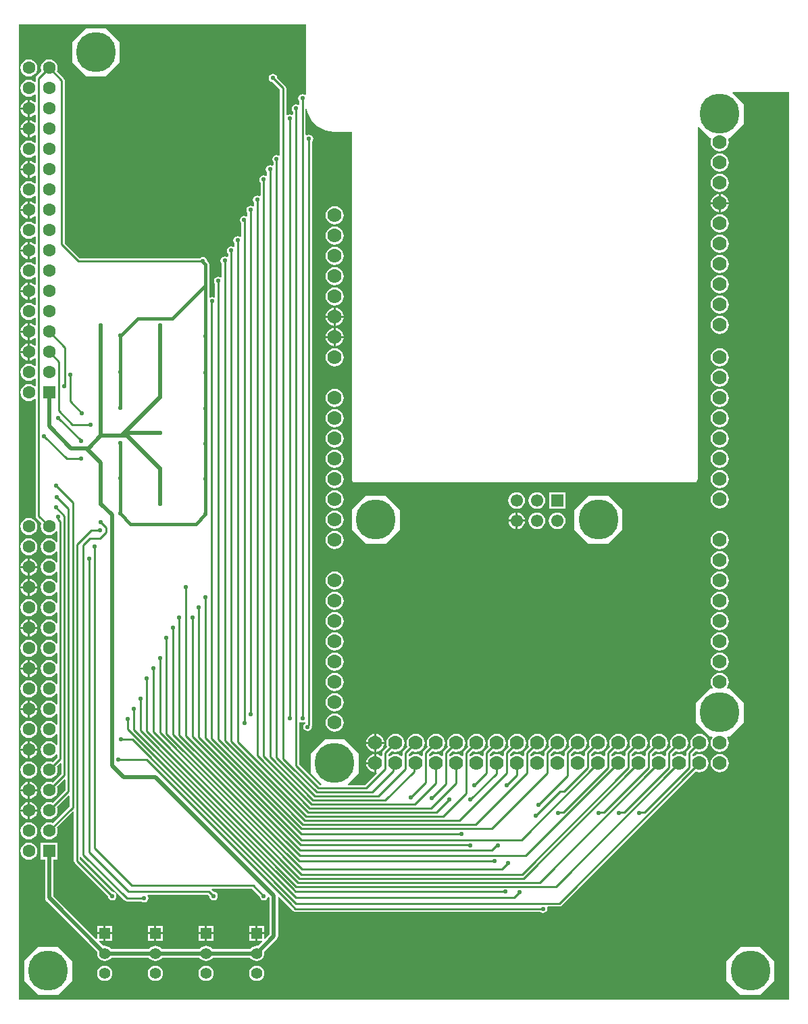
<source format=gbl>
G04*
G04 #@! TF.GenerationSoftware,Altium Limited,Altium Designer,21.0.9 (235)*
G04*
G04 Layer_Physical_Order=2*
G04 Layer_Color=16711680*
%FSLAX44Y44*%
%MOMM*%
G71*
G04*
G04 #@! TF.SameCoordinates,B04B5628-BEB7-489B-AFC1-9DCA5A1A145D*
G04*
G04*
G04 #@! TF.FilePolarity,Positive*
G04*
G01*
G75*
%ADD11C,0.2540*%
%ADD13C,0.5080*%
%ADD21R,1.4000X1.4000*%
%ADD22C,1.4000*%
%ADD29C,1.7780*%
%ADD30C,1.6000*%
%ADD31R,1.6000X1.6000*%
%ADD32C,1.5500*%
%ADD33R,1.5500X1.5500*%
%ADD34C,5.0000*%
%ADD35C,0.5500*%
%ADD36C,0.3810*%
G36*
X-518385Y111775D02*
Y24307D01*
X-519655Y23628D01*
X-520760Y24367D01*
X-522824Y24778D01*
X-524888Y24367D01*
X-526638Y23198D01*
X-527807Y21448D01*
X-528218Y19384D01*
X-527807Y17320D01*
X-526709Y15676D01*
Y11738D01*
X-527979Y11059D01*
X-528888Y11667D01*
X-530952Y12078D01*
X-533016Y11667D01*
X-534766Y10498D01*
X-535935Y8748D01*
X-536346Y6684D01*
X-535935Y4620D01*
X-534837Y2976D01*
Y-962D01*
X-536107Y-1640D01*
X-537016Y-1033D01*
X-539080Y-622D01*
X-541144Y-1033D01*
X-542054Y-1641D01*
X-543324Y-962D01*
Y32083D01*
X-543323Y32084D01*
X-543619Y33571D01*
X-544461Y34831D01*
X-554539Y44909D01*
X-554925Y46848D01*
X-556094Y48598D01*
X-557844Y49767D01*
X-559908Y50178D01*
X-561972Y49767D01*
X-563722Y48598D01*
X-564891Y46848D01*
X-565302Y44784D01*
X-564891Y42720D01*
X-563722Y40970D01*
X-561972Y39801D01*
X-560033Y39415D01*
X-551093Y30475D01*
Y-51761D01*
X-552363Y-52440D01*
X-553272Y-51833D01*
X-555336Y-51422D01*
X-557400Y-51833D01*
X-559150Y-53002D01*
X-560319Y-54752D01*
X-560730Y-56816D01*
X-560319Y-58880D01*
X-559221Y-60524D01*
Y-64462D01*
X-560491Y-65141D01*
X-561400Y-64533D01*
X-563464Y-64122D01*
X-565528Y-64533D01*
X-567278Y-65702D01*
X-568447Y-67452D01*
X-568858Y-69516D01*
X-568447Y-71580D01*
X-567349Y-73224D01*
Y-77162D01*
X-568619Y-77840D01*
X-569528Y-77233D01*
X-571592Y-76822D01*
X-573656Y-77233D01*
X-575406Y-78402D01*
X-576575Y-80152D01*
X-576986Y-82216D01*
X-576575Y-84280D01*
X-575477Y-85924D01*
Y-102562D01*
X-576747Y-103240D01*
X-577656Y-102633D01*
X-579720Y-102222D01*
X-581784Y-102633D01*
X-583534Y-103802D01*
X-584703Y-105552D01*
X-585114Y-107616D01*
X-584703Y-109680D01*
X-583605Y-111324D01*
Y-115262D01*
X-584875Y-115941D01*
X-585784Y-115333D01*
X-587848Y-114922D01*
X-589912Y-115333D01*
X-591662Y-116502D01*
X-592831Y-118252D01*
X-593242Y-120316D01*
X-592831Y-122380D01*
X-591733Y-124024D01*
Y-127962D01*
X-593003Y-128640D01*
X-593912Y-128033D01*
X-595976Y-127622D01*
X-598040Y-128033D01*
X-599790Y-129202D01*
X-600959Y-130952D01*
X-601370Y-133016D01*
X-600959Y-135080D01*
X-599790Y-136830D01*
X-599607Y-136952D01*
Y-153531D01*
X-600877Y-154210D01*
X-602040Y-153433D01*
X-604104Y-153022D01*
X-606168Y-153433D01*
X-607918Y-154602D01*
X-609087Y-156352D01*
X-609498Y-158416D01*
X-609087Y-160480D01*
X-607989Y-162124D01*
Y-166062D01*
X-609259Y-166740D01*
X-610168Y-166133D01*
X-612232Y-165722D01*
X-614296Y-166133D01*
X-616046Y-167302D01*
X-617215Y-169052D01*
X-617626Y-171116D01*
X-617215Y-173180D01*
X-616117Y-174824D01*
Y-178762D01*
X-617387Y-179440D01*
X-618296Y-178833D01*
X-620360Y-178422D01*
X-622424Y-178833D01*
X-624174Y-180002D01*
X-625343Y-181752D01*
X-625754Y-183816D01*
X-625343Y-185880D01*
X-624245Y-187524D01*
Y-204162D01*
X-625515Y-204841D01*
X-626424Y-204233D01*
X-628488Y-203822D01*
X-630552Y-204233D01*
X-632302Y-205402D01*
X-633471Y-207152D01*
X-633882Y-209216D01*
X-633471Y-211280D01*
X-632373Y-212924D01*
Y-229421D01*
X-633643Y-230100D01*
X-634342Y-229633D01*
X-636406Y-229222D01*
X-638434Y-229626D01*
X-638662Y-229661D01*
X-639704Y-228946D01*
Y-214736D01*
Y-188328D01*
X-639704Y-188327D01*
X-640049Y-186593D01*
X-641031Y-185123D01*
X-641031Y-185123D01*
X-642283Y-183871D01*
X-642555Y-182504D01*
X-643724Y-180754D01*
X-645474Y-179585D01*
X-647538Y-179174D01*
X-649602Y-179585D01*
X-651246Y-180683D01*
X-802139D01*
X-820945Y-161877D01*
Y41898D01*
X-821241Y43385D01*
X-822083Y44645D01*
X-830760Y53322D01*
X-830167Y54752D01*
X-829805Y57504D01*
X-830167Y60255D01*
X-831229Y62819D01*
X-832919Y65021D01*
X-835121Y66711D01*
X-837684Y67773D01*
X-840436Y68135D01*
X-843187Y67773D01*
X-845751Y66711D01*
X-847953Y65021D01*
X-849643Y62819D01*
X-850705Y60255D01*
X-851067Y57504D01*
X-850705Y54752D01*
X-850112Y53322D01*
X-856025Y47409D01*
X-856867Y46149D01*
X-857163Y44662D01*
Y40014D01*
X-857515Y39894D01*
X-858433Y39709D01*
X-860521Y41311D01*
X-863084Y42373D01*
X-865836Y42735D01*
X-868587Y42373D01*
X-871152Y41311D01*
X-873353Y39621D01*
X-875043Y37420D01*
X-876105Y34855D01*
X-876467Y32104D01*
X-876105Y29353D01*
X-875043Y26788D01*
X-873353Y24587D01*
X-871152Y22897D01*
X-868587Y21835D01*
X-865836Y21473D01*
X-863084Y21835D01*
X-860521Y22897D01*
X-858433Y24499D01*
X-857515Y24314D01*
X-857163Y24194D01*
Y14614D01*
X-857515Y14494D01*
X-858433Y14309D01*
X-860521Y15911D01*
X-863084Y16973D01*
X-864566Y17168D01*
Y6704D01*
X-865836D01*
D01*
X-864566D01*
Y-3760D01*
X-863084Y-3565D01*
X-860521Y-2503D01*
X-858433Y-901D01*
X-857515Y-1086D01*
X-857163Y-1206D01*
Y-10786D01*
X-857515Y-10906D01*
X-858433Y-11091D01*
X-860521Y-9489D01*
X-863084Y-8427D01*
X-864566Y-8232D01*
Y-18696D01*
Y-29160D01*
X-863084Y-28965D01*
X-860521Y-27903D01*
X-858433Y-26301D01*
X-857515Y-26486D01*
X-857163Y-26606D01*
Y-36186D01*
X-857515Y-36306D01*
X-858433Y-36491D01*
X-860521Y-34889D01*
X-863084Y-33827D01*
X-865836Y-33465D01*
X-868587Y-33827D01*
X-871152Y-34889D01*
X-873353Y-36579D01*
X-875043Y-38781D01*
X-876105Y-41344D01*
X-876467Y-44096D01*
X-876105Y-46848D01*
X-875043Y-49412D01*
X-873353Y-51613D01*
X-871152Y-53303D01*
X-868587Y-54365D01*
X-865836Y-54727D01*
X-863084Y-54365D01*
X-860521Y-53303D01*
X-858433Y-51701D01*
X-857515Y-51886D01*
X-857163Y-52006D01*
Y-61586D01*
X-857515Y-61706D01*
X-858433Y-61891D01*
X-860521Y-60289D01*
X-863084Y-59227D01*
X-864566Y-59032D01*
Y-69496D01*
Y-79960D01*
X-863084Y-79765D01*
X-860521Y-78703D01*
X-858433Y-77101D01*
X-857515Y-77286D01*
X-857163Y-77406D01*
Y-86986D01*
X-857515Y-87106D01*
X-858433Y-87291D01*
X-860521Y-85689D01*
X-863084Y-84627D01*
X-865836Y-84265D01*
X-868587Y-84627D01*
X-871152Y-85689D01*
X-873353Y-87379D01*
X-875043Y-89580D01*
X-876105Y-92144D01*
X-876467Y-94896D01*
X-876105Y-97647D01*
X-875043Y-100211D01*
X-873353Y-102413D01*
X-871152Y-104103D01*
X-868587Y-105165D01*
X-865836Y-105527D01*
X-863084Y-105165D01*
X-860521Y-104103D01*
X-858433Y-102501D01*
X-857515Y-102686D01*
X-857163Y-102806D01*
Y-112386D01*
X-857515Y-112506D01*
X-858433Y-112691D01*
X-860521Y-111089D01*
X-863084Y-110027D01*
X-864566Y-109832D01*
Y-120296D01*
X-865836D01*
D01*
X-864566D01*
Y-130760D01*
X-863084Y-130565D01*
X-860521Y-129503D01*
X-858433Y-127901D01*
X-857515Y-128086D01*
X-857163Y-128206D01*
Y-137786D01*
X-857515Y-137906D01*
X-858433Y-138091D01*
X-860521Y-136489D01*
X-863084Y-135427D01*
X-865836Y-135065D01*
X-868587Y-135427D01*
X-871152Y-136489D01*
X-873353Y-138179D01*
X-875043Y-140380D01*
X-876105Y-142944D01*
X-876467Y-145696D01*
X-876105Y-148448D01*
X-875043Y-151011D01*
X-873353Y-153213D01*
X-871152Y-154903D01*
X-868587Y-155965D01*
X-865836Y-156327D01*
X-863084Y-155965D01*
X-860521Y-154903D01*
X-858433Y-153301D01*
X-857515Y-153486D01*
X-857163Y-153606D01*
Y-163186D01*
X-857515Y-163306D01*
X-858433Y-163491D01*
X-860521Y-161889D01*
X-863084Y-160827D01*
X-864566Y-160632D01*
Y-171096D01*
Y-181560D01*
X-863084Y-181365D01*
X-860521Y-180303D01*
X-858433Y-178701D01*
X-857515Y-178886D01*
X-857163Y-179006D01*
Y-188586D01*
X-857515Y-188706D01*
X-858433Y-188891D01*
X-860521Y-187289D01*
X-863084Y-186227D01*
X-865836Y-185865D01*
X-868587Y-186227D01*
X-871152Y-187289D01*
X-873353Y-188979D01*
X-875043Y-191180D01*
X-876105Y-193745D01*
X-876467Y-196496D01*
X-876105Y-199247D01*
X-875043Y-201812D01*
X-873353Y-204013D01*
X-871152Y-205703D01*
X-868587Y-206765D01*
X-865836Y-207127D01*
X-863084Y-206765D01*
X-860521Y-205703D01*
X-858433Y-204101D01*
X-857515Y-204286D01*
X-857163Y-204406D01*
Y-213986D01*
X-857515Y-214106D01*
X-858433Y-214291D01*
X-860521Y-212689D01*
X-863084Y-211627D01*
X-864566Y-211432D01*
Y-221896D01*
Y-232360D01*
X-863084Y-232165D01*
X-860521Y-231103D01*
X-858433Y-229501D01*
X-857515Y-229686D01*
X-857163Y-229806D01*
Y-239386D01*
X-857515Y-239506D01*
X-858433Y-239691D01*
X-860521Y-238089D01*
X-863084Y-237027D01*
X-865836Y-236665D01*
X-868587Y-237027D01*
X-871152Y-238089D01*
X-873353Y-239779D01*
X-875043Y-241980D01*
X-876105Y-244545D01*
X-876467Y-247296D01*
X-876105Y-250047D01*
X-875043Y-252612D01*
X-873353Y-254813D01*
X-871152Y-256503D01*
X-868587Y-257565D01*
X-865836Y-257927D01*
X-863084Y-257565D01*
X-860521Y-256503D01*
X-858433Y-254901D01*
X-857515Y-255086D01*
X-857163Y-255206D01*
Y-264786D01*
X-857515Y-264906D01*
X-858433Y-265091D01*
X-860521Y-263489D01*
X-863084Y-262427D01*
X-864566Y-262232D01*
Y-272696D01*
Y-283160D01*
X-863084Y-282965D01*
X-860521Y-281903D01*
X-858433Y-280301D01*
X-857515Y-280486D01*
X-857163Y-280606D01*
Y-290186D01*
X-857515Y-290306D01*
X-858433Y-290491D01*
X-860521Y-288889D01*
X-863084Y-287827D01*
X-864566Y-287632D01*
Y-298096D01*
Y-308560D01*
X-863084Y-308365D01*
X-860521Y-307303D01*
X-858433Y-305701D01*
X-857515Y-305886D01*
X-857163Y-306006D01*
Y-315586D01*
X-857515Y-315706D01*
X-858433Y-315891D01*
X-860521Y-314289D01*
X-863084Y-313227D01*
X-865836Y-312865D01*
X-868587Y-313227D01*
X-871152Y-314289D01*
X-873353Y-315979D01*
X-875043Y-318181D01*
X-876105Y-320745D01*
X-876467Y-323496D01*
X-876105Y-326247D01*
X-875043Y-328811D01*
X-873353Y-331013D01*
X-871152Y-332703D01*
X-868587Y-333765D01*
X-865836Y-334127D01*
X-863084Y-333765D01*
X-860521Y-332703D01*
X-858433Y-331101D01*
X-857515Y-331286D01*
X-857163Y-331406D01*
Y-340986D01*
X-857515Y-341106D01*
X-858433Y-341291D01*
X-860521Y-339689D01*
X-863084Y-338627D01*
X-865836Y-338265D01*
X-868587Y-338627D01*
X-871152Y-339689D01*
X-873353Y-341379D01*
X-875043Y-343581D01*
X-876105Y-346144D01*
X-876467Y-348896D01*
X-876105Y-351647D01*
X-875043Y-354212D01*
X-873353Y-356413D01*
X-871152Y-358103D01*
X-868587Y-359165D01*
X-865836Y-359527D01*
X-863084Y-359165D01*
X-860521Y-358103D01*
X-858433Y-356501D01*
X-857515Y-356686D01*
X-857163Y-356806D01*
Y-503704D01*
X-856867Y-505191D01*
X-856025Y-506451D01*
X-850112Y-512364D01*
X-850705Y-513795D01*
X-851067Y-516546D01*
X-850705Y-519297D01*
X-849643Y-521861D01*
X-847953Y-524063D01*
X-845751Y-525753D01*
X-843187Y-526815D01*
X-840436Y-527177D01*
X-837684Y-526815D01*
X-835121Y-525753D01*
X-832919Y-524063D01*
X-831509Y-522225D01*
X-830239Y-522657D01*
Y-535835D01*
X-831509Y-536267D01*
X-832919Y-534429D01*
X-835121Y-532739D01*
X-837684Y-531677D01*
X-840436Y-531315D01*
X-843187Y-531677D01*
X-845751Y-532739D01*
X-847953Y-534429D01*
X-849643Y-536631D01*
X-850705Y-539194D01*
X-851067Y-541946D01*
X-850705Y-544697D01*
X-849643Y-547262D01*
X-847953Y-549463D01*
X-845751Y-551153D01*
X-843187Y-552215D01*
X-840436Y-552577D01*
X-837684Y-552215D01*
X-835121Y-551153D01*
X-832919Y-549463D01*
X-831509Y-547626D01*
X-830239Y-548057D01*
Y-561235D01*
X-831509Y-561666D01*
X-832919Y-559829D01*
X-835121Y-558139D01*
X-837684Y-557077D01*
X-840436Y-556715D01*
X-843187Y-557077D01*
X-845751Y-558139D01*
X-847953Y-559829D01*
X-849643Y-562030D01*
X-850705Y-564594D01*
X-851067Y-567346D01*
X-850705Y-570098D01*
X-849643Y-572662D01*
X-847953Y-574863D01*
X-845751Y-576553D01*
X-843187Y-577615D01*
X-840436Y-577977D01*
X-837684Y-577615D01*
X-835121Y-576553D01*
X-832919Y-574863D01*
X-831509Y-573026D01*
X-830239Y-573457D01*
Y-586635D01*
X-831509Y-587066D01*
X-832919Y-585229D01*
X-835121Y-583539D01*
X-837684Y-582477D01*
X-840436Y-582115D01*
X-843187Y-582477D01*
X-845751Y-583539D01*
X-847953Y-585229D01*
X-849643Y-587430D01*
X-850705Y-589995D01*
X-851067Y-592746D01*
X-850705Y-595498D01*
X-849643Y-598061D01*
X-847953Y-600263D01*
X-845751Y-601953D01*
X-843187Y-603015D01*
X-840436Y-603377D01*
X-837684Y-603015D01*
X-835121Y-601953D01*
X-832919Y-600263D01*
X-831509Y-598425D01*
X-830239Y-598857D01*
Y-612035D01*
X-831509Y-612467D01*
X-832919Y-610629D01*
X-835121Y-608939D01*
X-837684Y-607877D01*
X-840436Y-607515D01*
X-843187Y-607877D01*
X-845751Y-608939D01*
X-847953Y-610629D01*
X-849643Y-612831D01*
X-850705Y-615395D01*
X-851067Y-618146D01*
X-850705Y-620897D01*
X-849643Y-623461D01*
X-847953Y-625663D01*
X-845751Y-627353D01*
X-843187Y-628415D01*
X-840436Y-628777D01*
X-837684Y-628415D01*
X-835121Y-627353D01*
X-832919Y-625663D01*
X-831509Y-623825D01*
X-830239Y-624257D01*
Y-637435D01*
X-831509Y-637867D01*
X-832919Y-636029D01*
X-835121Y-634339D01*
X-837684Y-633277D01*
X-840436Y-632915D01*
X-843187Y-633277D01*
X-845751Y-634339D01*
X-847953Y-636029D01*
X-849643Y-638231D01*
X-850705Y-640795D01*
X-851067Y-643546D01*
X-850705Y-646298D01*
X-849643Y-648861D01*
X-847953Y-651063D01*
X-845751Y-652753D01*
X-843187Y-653815D01*
X-840436Y-654177D01*
X-837684Y-653815D01*
X-835121Y-652753D01*
X-832919Y-651063D01*
X-831509Y-649225D01*
X-830239Y-649657D01*
Y-662835D01*
X-831509Y-663267D01*
X-832919Y-661429D01*
X-835121Y-659739D01*
X-837684Y-658677D01*
X-840436Y-658315D01*
X-843187Y-658677D01*
X-845751Y-659739D01*
X-847953Y-661429D01*
X-849643Y-663631D01*
X-850705Y-666195D01*
X-851067Y-668946D01*
X-850705Y-671697D01*
X-849643Y-674261D01*
X-847953Y-676463D01*
X-845751Y-678153D01*
X-843187Y-679215D01*
X-840436Y-679577D01*
X-837684Y-679215D01*
X-835121Y-678153D01*
X-832919Y-676463D01*
X-831509Y-674625D01*
X-830239Y-675057D01*
Y-688235D01*
X-831509Y-688667D01*
X-832919Y-686829D01*
X-835121Y-685139D01*
X-837684Y-684077D01*
X-840436Y-683715D01*
X-843187Y-684077D01*
X-845751Y-685139D01*
X-847953Y-686829D01*
X-849643Y-689031D01*
X-850705Y-691594D01*
X-851067Y-694346D01*
X-850705Y-697097D01*
X-849643Y-699661D01*
X-847953Y-701863D01*
X-845751Y-703553D01*
X-843187Y-704615D01*
X-840436Y-704977D01*
X-837684Y-704615D01*
X-835121Y-703553D01*
X-832919Y-701863D01*
X-831509Y-700025D01*
X-830239Y-700457D01*
Y-713635D01*
X-831509Y-714066D01*
X-832919Y-712229D01*
X-835121Y-710539D01*
X-837684Y-709477D01*
X-840436Y-709115D01*
X-843187Y-709477D01*
X-845751Y-710539D01*
X-847953Y-712229D01*
X-849643Y-714430D01*
X-850705Y-716994D01*
X-851067Y-719746D01*
X-850705Y-722497D01*
X-849643Y-725061D01*
X-847953Y-727263D01*
X-845751Y-728953D01*
X-843187Y-730015D01*
X-840436Y-730377D01*
X-837684Y-730015D01*
X-835121Y-728953D01*
X-832919Y-727263D01*
X-831509Y-725425D01*
X-830239Y-725857D01*
Y-739035D01*
X-831509Y-739466D01*
X-832919Y-737629D01*
X-835121Y-735939D01*
X-837684Y-734877D01*
X-840436Y-734515D01*
X-843187Y-734877D01*
X-845751Y-735939D01*
X-847953Y-737629D01*
X-849643Y-739830D01*
X-850705Y-742394D01*
X-851067Y-745146D01*
X-850705Y-747897D01*
X-849643Y-750462D01*
X-847953Y-752663D01*
X-845751Y-754353D01*
X-843187Y-755415D01*
X-840436Y-755777D01*
X-837684Y-755415D01*
X-835121Y-754353D01*
X-832919Y-752663D01*
X-831509Y-750826D01*
X-830239Y-751257D01*
Y-764435D01*
X-831509Y-764866D01*
X-832919Y-763029D01*
X-835121Y-761339D01*
X-837684Y-760277D01*
X-840436Y-759915D01*
X-843187Y-760277D01*
X-845751Y-761339D01*
X-847953Y-763029D01*
X-849643Y-765230D01*
X-850705Y-767794D01*
X-851067Y-770546D01*
X-850705Y-773298D01*
X-849643Y-775862D01*
X-847953Y-778063D01*
X-845751Y-779753D01*
X-843187Y-780815D01*
X-840436Y-781177D01*
X-837684Y-780815D01*
X-835121Y-779753D01*
X-832919Y-778063D01*
X-831509Y-776226D01*
X-830239Y-776657D01*
Y-789835D01*
X-831509Y-790266D01*
X-832919Y-788429D01*
X-835121Y-786739D01*
X-837684Y-785677D01*
X-840436Y-785315D01*
X-843187Y-785677D01*
X-845751Y-786739D01*
X-847953Y-788429D01*
X-849643Y-790630D01*
X-850705Y-793195D01*
X-851067Y-795946D01*
X-850705Y-798698D01*
X-849643Y-801262D01*
X-847953Y-803463D01*
X-845751Y-805153D01*
X-843187Y-806215D01*
X-840436Y-806577D01*
X-837684Y-806215D01*
X-835121Y-805153D01*
X-832919Y-803463D01*
X-831509Y-801626D01*
X-830239Y-802057D01*
Y-805655D01*
X-836254Y-811670D01*
X-837684Y-811077D01*
X-840436Y-810715D01*
X-843187Y-811077D01*
X-845751Y-812139D01*
X-847953Y-813829D01*
X-849643Y-816031D01*
X-850705Y-818595D01*
X-851067Y-821346D01*
X-850705Y-824098D01*
X-849643Y-826662D01*
X-847953Y-828863D01*
X-845751Y-830553D01*
X-843187Y-831615D01*
X-840436Y-831977D01*
X-837684Y-831615D01*
X-835121Y-830553D01*
X-832919Y-828863D01*
X-831229Y-826662D01*
X-830167Y-824098D01*
X-829805Y-821346D01*
X-830167Y-818595D01*
X-830760Y-817164D01*
X-826332Y-812736D01*
X-825159Y-813222D01*
Y-825975D01*
X-836254Y-837070D01*
X-837684Y-836477D01*
X-840436Y-836115D01*
X-843187Y-836477D01*
X-845751Y-837539D01*
X-847953Y-839229D01*
X-849643Y-841431D01*
X-850705Y-843995D01*
X-851067Y-846746D01*
X-850705Y-849498D01*
X-849643Y-852061D01*
X-847953Y-854263D01*
X-845751Y-855953D01*
X-843187Y-857015D01*
X-840436Y-857377D01*
X-837684Y-857015D01*
X-835121Y-855953D01*
X-832919Y-854263D01*
X-831229Y-852061D01*
X-830167Y-849498D01*
X-829805Y-846746D01*
X-830167Y-843995D01*
X-830760Y-842564D01*
X-821252Y-833056D01*
X-820079Y-833542D01*
Y-846295D01*
X-836254Y-862470D01*
X-837684Y-861877D01*
X-840436Y-861515D01*
X-843187Y-861877D01*
X-845751Y-862939D01*
X-847953Y-864629D01*
X-849643Y-866831D01*
X-850705Y-869395D01*
X-851067Y-872146D01*
X-850705Y-874898D01*
X-849643Y-877461D01*
X-847953Y-879663D01*
X-845751Y-881353D01*
X-843187Y-882415D01*
X-840436Y-882777D01*
X-837684Y-882415D01*
X-835121Y-881353D01*
X-832919Y-879663D01*
X-831229Y-877461D01*
X-830167Y-874898D01*
X-829805Y-872146D01*
X-830167Y-869395D01*
X-830760Y-867964D01*
X-815918Y-853122D01*
X-814745Y-853608D01*
Y-866361D01*
X-836254Y-887870D01*
X-837684Y-887277D01*
X-840436Y-886915D01*
X-843187Y-887277D01*
X-845751Y-888339D01*
X-847953Y-890029D01*
X-849643Y-892231D01*
X-850705Y-894794D01*
X-851067Y-897546D01*
X-850705Y-900297D01*
X-849643Y-902861D01*
X-847953Y-905063D01*
X-845751Y-906753D01*
X-843187Y-907815D01*
X-840436Y-908177D01*
X-837684Y-907815D01*
X-835121Y-906753D01*
X-832919Y-905063D01*
X-831229Y-902861D01*
X-830167Y-900297D01*
X-829805Y-897546D01*
X-830167Y-894794D01*
X-830760Y-893364D01*
X-810584Y-873188D01*
X-809411Y-873674D01*
Y-934884D01*
X-809115Y-936371D01*
X-808273Y-937631D01*
X-766699Y-979205D01*
X-766313Y-981144D01*
X-765144Y-982894D01*
X-763394Y-984063D01*
X-761330Y-984474D01*
X-759266Y-984063D01*
X-757516Y-982894D01*
X-756347Y-981144D01*
X-755936Y-979080D01*
X-756347Y-977016D01*
X-757516Y-975266D01*
X-759266Y-974097D01*
X-761205Y-973711D01*
X-801641Y-933275D01*
Y-930437D01*
X-800490Y-930042D01*
X-800371Y-930039D01*
X-745787Y-984623D01*
X-744527Y-985465D01*
X-743040Y-985761D01*
X-724942D01*
X-723298Y-986859D01*
X-721234Y-987270D01*
X-719170Y-986859D01*
X-717420Y-985690D01*
X-716251Y-983940D01*
X-715840Y-981876D01*
X-716251Y-979812D01*
X-717049Y-978618D01*
X-716377Y-977348D01*
X-641556D01*
X-639699Y-979205D01*
X-639313Y-981144D01*
X-638144Y-982894D01*
X-636394Y-984063D01*
X-634330Y-984474D01*
X-632266Y-984063D01*
X-630516Y-982894D01*
X-629347Y-981144D01*
X-628936Y-979080D01*
X-629347Y-977016D01*
X-630516Y-975266D01*
X-632266Y-974097D01*
X-634205Y-973711D01*
X-636636Y-971281D01*
X-636110Y-970011D01*
X-585901D01*
X-576707Y-979205D01*
X-576321Y-981144D01*
X-575152Y-982894D01*
X-573402Y-984063D01*
X-571338Y-984474D01*
X-569274Y-984063D01*
X-567524Y-982894D01*
X-566355Y-981144D01*
X-566209Y-980412D01*
X-564831Y-979994D01*
X-563817Y-981007D01*
Y-1027119D01*
X-569515Y-1032816D01*
X-570688Y-1032330D01*
Y-1027124D01*
X-578958D01*
Y-1035394D01*
X-573752D01*
X-573266Y-1036567D01*
X-578198Y-1041499D01*
X-580228Y-1041232D01*
X-582718Y-1041560D01*
X-585039Y-1042521D01*
X-587032Y-1044050D01*
X-588279Y-1045675D01*
X-635677D01*
X-636924Y-1044050D01*
X-638917Y-1042521D01*
X-641238Y-1041560D01*
X-643728Y-1041232D01*
X-646218Y-1041560D01*
X-648539Y-1042521D01*
X-650532Y-1044050D01*
X-651778Y-1045675D01*
X-699177D01*
X-700424Y-1044050D01*
X-702417Y-1042521D01*
X-704738Y-1041560D01*
X-707228Y-1041232D01*
X-709718Y-1041560D01*
X-712039Y-1042521D01*
X-714032Y-1044050D01*
X-715278Y-1045675D01*
X-762678D01*
X-763924Y-1044050D01*
X-765917Y-1042521D01*
X-768238Y-1041560D01*
X-770728Y-1041232D01*
X-772758Y-1041499D01*
X-777690Y-1036567D01*
X-777204Y-1035394D01*
X-771998D01*
Y-1027124D01*
X-780268D01*
Y-1032330D01*
X-781441Y-1032816D01*
X-835257Y-979001D01*
Y-933486D01*
X-829896D01*
Y-912406D01*
X-850976D01*
Y-933486D01*
X-845615D01*
Y-981146D01*
X-845221Y-983128D01*
X-844099Y-984809D01*
X-780083Y-1048824D01*
X-780350Y-1050854D01*
X-780022Y-1053345D01*
X-779061Y-1055665D01*
X-777532Y-1057658D01*
X-775539Y-1059187D01*
X-773218Y-1060149D01*
X-770728Y-1060476D01*
X-768238Y-1060149D01*
X-765917Y-1059187D01*
X-763924Y-1057658D01*
X-762678Y-1056034D01*
X-715278D01*
X-714032Y-1057658D01*
X-712039Y-1059187D01*
X-709718Y-1060149D01*
X-707228Y-1060476D01*
X-704738Y-1060149D01*
X-702417Y-1059187D01*
X-700424Y-1057658D01*
X-699177Y-1056034D01*
X-651778D01*
X-650532Y-1057658D01*
X-648539Y-1059187D01*
X-646218Y-1060149D01*
X-643728Y-1060476D01*
X-641238Y-1060149D01*
X-638917Y-1059187D01*
X-636924Y-1057658D01*
X-635677Y-1056034D01*
X-588279D01*
X-587032Y-1057658D01*
X-585039Y-1059187D01*
X-582718Y-1060149D01*
X-580228Y-1060476D01*
X-577738Y-1060149D01*
X-575417Y-1059187D01*
X-573424Y-1057658D01*
X-571895Y-1055665D01*
X-570934Y-1053345D01*
X-570606Y-1050854D01*
X-570873Y-1048824D01*
X-554976Y-1032927D01*
X-554976Y-1032927D01*
X-553853Y-1031246D01*
X-553459Y-1029264D01*
X-553459Y-1029264D01*
Y-980502D01*
X-552188Y-979976D01*
X-540981Y-991183D01*
X-534421Y-997743D01*
X-533161Y-998585D01*
X-531675Y-998881D01*
X-225034D01*
X-223390Y-999979D01*
X-221326Y-1000390D01*
X-219262Y-999979D01*
X-217512Y-998810D01*
X-216343Y-997060D01*
X-215932Y-994996D01*
X-216212Y-993591D01*
X-215340Y-992321D01*
X-201036D01*
X-199549Y-992025D01*
X-198289Y-991183D01*
X-30264Y-823157D01*
X-28384Y-823936D01*
X-25400Y-824329D01*
X-22416Y-823936D01*
X-19636Y-822784D01*
X-17248Y-820952D01*
X-15416Y-818564D01*
X-14264Y-815784D01*
X-13871Y-812800D01*
X-14264Y-809816D01*
X-15416Y-807036D01*
X-17248Y-804648D01*
X-19636Y-802816D01*
X-22416Y-801664D01*
X-25400Y-801271D01*
X-28384Y-801664D01*
X-31164Y-802816D01*
X-32945Y-804183D01*
X-34215Y-803556D01*
Y-801709D01*
X-30264Y-797757D01*
X-28384Y-798536D01*
X-25400Y-798929D01*
X-22416Y-798536D01*
X-19636Y-797384D01*
X-17248Y-795552D01*
X-15416Y-793164D01*
X-14264Y-790384D01*
X-13871Y-787400D01*
X-14264Y-784416D01*
X-15416Y-781636D01*
X-17248Y-779248D01*
X-19636Y-777416D01*
X-22416Y-776264D01*
X-25400Y-775871D01*
X-28384Y-776264D01*
X-31164Y-777416D01*
X-33552Y-779248D01*
X-35384Y-781636D01*
X-36536Y-784416D01*
X-36929Y-787400D01*
X-36536Y-790384D01*
X-35757Y-792263D01*
X-40847Y-797353D01*
X-41689Y-798613D01*
X-41985Y-800100D01*
Y-803556D01*
X-43255Y-804183D01*
X-45036Y-802816D01*
X-47816Y-801664D01*
X-50800Y-801271D01*
X-53784Y-801664D01*
X-56564Y-802816D01*
X-58345Y-804183D01*
X-59615Y-803556D01*
Y-801709D01*
X-55663Y-797757D01*
X-53784Y-798536D01*
X-50800Y-798929D01*
X-47816Y-798536D01*
X-45036Y-797384D01*
X-42648Y-795552D01*
X-40816Y-793164D01*
X-39664Y-790384D01*
X-39271Y-787400D01*
X-39664Y-784416D01*
X-40816Y-781636D01*
X-42648Y-779248D01*
X-45036Y-777416D01*
X-47816Y-776264D01*
X-50800Y-775871D01*
X-53784Y-776264D01*
X-56564Y-777416D01*
X-58952Y-779248D01*
X-60784Y-781636D01*
X-61936Y-784416D01*
X-62329Y-787400D01*
X-61936Y-790384D01*
X-61157Y-792263D01*
X-66247Y-797353D01*
X-67089Y-798613D01*
X-67385Y-800100D01*
Y-803556D01*
X-68655Y-804183D01*
X-70436Y-802816D01*
X-73216Y-801664D01*
X-76200Y-801271D01*
X-79184Y-801664D01*
X-81964Y-802816D01*
X-83745Y-804183D01*
X-85015Y-803556D01*
Y-801709D01*
X-81063Y-797757D01*
X-79184Y-798536D01*
X-76200Y-798929D01*
X-73216Y-798536D01*
X-70436Y-797384D01*
X-68048Y-795552D01*
X-66216Y-793164D01*
X-65064Y-790384D01*
X-64671Y-787400D01*
X-65064Y-784416D01*
X-66216Y-781636D01*
X-68048Y-779248D01*
X-70436Y-777416D01*
X-73216Y-776264D01*
X-76200Y-775871D01*
X-79184Y-776264D01*
X-81964Y-777416D01*
X-84352Y-779248D01*
X-86184Y-781636D01*
X-87336Y-784416D01*
X-87729Y-787400D01*
X-87336Y-790384D01*
X-86557Y-792263D01*
X-91647Y-797353D01*
X-92489Y-798613D01*
X-92785Y-800100D01*
Y-803556D01*
X-94055Y-804183D01*
X-95836Y-802816D01*
X-98616Y-801664D01*
X-101600Y-801271D01*
X-104584Y-801664D01*
X-107364Y-802816D01*
X-109145Y-804183D01*
X-110415Y-803556D01*
Y-801709D01*
X-106463Y-797757D01*
X-104584Y-798536D01*
X-101600Y-798929D01*
X-98616Y-798536D01*
X-95836Y-797384D01*
X-93448Y-795552D01*
X-91616Y-793164D01*
X-90464Y-790384D01*
X-90071Y-787400D01*
X-90464Y-784416D01*
X-91616Y-781636D01*
X-93448Y-779248D01*
X-95836Y-777416D01*
X-98616Y-776264D01*
X-101600Y-775871D01*
X-104584Y-776264D01*
X-107364Y-777416D01*
X-109752Y-779248D01*
X-111584Y-781636D01*
X-112736Y-784416D01*
X-113129Y-787400D01*
X-112736Y-790384D01*
X-111957Y-792263D01*
X-117047Y-797353D01*
X-117889Y-798613D01*
X-118185Y-800100D01*
Y-803556D01*
X-119455Y-804183D01*
X-121236Y-802816D01*
X-124016Y-801664D01*
X-127000Y-801271D01*
X-129984Y-801664D01*
X-132764Y-802816D01*
X-134545Y-804183D01*
X-135815Y-803556D01*
Y-801709D01*
X-131863Y-797757D01*
X-129984Y-798536D01*
X-127000Y-798929D01*
X-124016Y-798536D01*
X-121236Y-797384D01*
X-118848Y-795552D01*
X-117016Y-793164D01*
X-115864Y-790384D01*
X-115471Y-787400D01*
X-115864Y-784416D01*
X-117016Y-781636D01*
X-118848Y-779248D01*
X-121236Y-777416D01*
X-124016Y-776264D01*
X-127000Y-775871D01*
X-129984Y-776264D01*
X-132764Y-777416D01*
X-135152Y-779248D01*
X-136984Y-781636D01*
X-138136Y-784416D01*
X-138529Y-787400D01*
X-138136Y-790384D01*
X-137357Y-792263D01*
X-142447Y-797353D01*
X-143289Y-798613D01*
X-143585Y-800100D01*
Y-803556D01*
X-144855Y-804183D01*
X-146636Y-802816D01*
X-149416Y-801664D01*
X-152400Y-801271D01*
X-155384Y-801664D01*
X-158164Y-802816D01*
X-159945Y-804183D01*
X-161215Y-803556D01*
Y-801709D01*
X-157263Y-797757D01*
X-155384Y-798536D01*
X-152400Y-798929D01*
X-149416Y-798536D01*
X-146636Y-797384D01*
X-144248Y-795552D01*
X-142416Y-793164D01*
X-141264Y-790384D01*
X-140871Y-787400D01*
X-141264Y-784416D01*
X-142416Y-781636D01*
X-144248Y-779248D01*
X-146636Y-777416D01*
X-149416Y-776264D01*
X-152400Y-775871D01*
X-155384Y-776264D01*
X-158164Y-777416D01*
X-160552Y-779248D01*
X-162384Y-781636D01*
X-163536Y-784416D01*
X-163929Y-787400D01*
X-163536Y-790384D01*
X-162757Y-792263D01*
X-167847Y-797353D01*
X-168689Y-798613D01*
X-168985Y-800100D01*
Y-803556D01*
X-170255Y-804183D01*
X-172036Y-802816D01*
X-174816Y-801664D01*
X-177800Y-801271D01*
X-180784Y-801664D01*
X-183564Y-802816D01*
X-185345Y-804183D01*
X-186615Y-803556D01*
Y-801709D01*
X-182663Y-797757D01*
X-180784Y-798536D01*
X-177800Y-798929D01*
X-174816Y-798536D01*
X-172036Y-797384D01*
X-169648Y-795552D01*
X-167816Y-793164D01*
X-166664Y-790384D01*
X-166271Y-787400D01*
X-166664Y-784416D01*
X-167816Y-781636D01*
X-169648Y-779248D01*
X-172036Y-777416D01*
X-174816Y-776264D01*
X-177800Y-775871D01*
X-180784Y-776264D01*
X-183564Y-777416D01*
X-185952Y-779248D01*
X-187784Y-781636D01*
X-188936Y-784416D01*
X-189329Y-787400D01*
X-188936Y-790384D01*
X-188157Y-792263D01*
X-193247Y-797353D01*
X-194089Y-798613D01*
X-194385Y-800100D01*
Y-803556D01*
X-195655Y-804183D01*
X-197436Y-802816D01*
X-200216Y-801664D01*
X-203200Y-801271D01*
X-206184Y-801664D01*
X-208964Y-802816D01*
X-210745Y-804183D01*
X-212015Y-803556D01*
Y-801709D01*
X-208064Y-797757D01*
X-206184Y-798536D01*
X-203200Y-798929D01*
X-200216Y-798536D01*
X-197436Y-797384D01*
X-195048Y-795552D01*
X-193216Y-793164D01*
X-192064Y-790384D01*
X-191671Y-787400D01*
X-192064Y-784416D01*
X-193216Y-781636D01*
X-195048Y-779248D01*
X-197436Y-777416D01*
X-200216Y-776264D01*
X-203200Y-775871D01*
X-206184Y-776264D01*
X-208964Y-777416D01*
X-211352Y-779248D01*
X-213184Y-781636D01*
X-214336Y-784416D01*
X-214729Y-787400D01*
X-214336Y-790384D01*
X-213557Y-792263D01*
X-218647Y-797353D01*
X-219489Y-798613D01*
X-219785Y-800100D01*
Y-803556D01*
X-221055Y-804183D01*
X-222836Y-802816D01*
X-225616Y-801664D01*
X-228600Y-801271D01*
X-231584Y-801664D01*
X-234364Y-802816D01*
X-236145Y-804183D01*
X-237415Y-803556D01*
Y-801709D01*
X-233463Y-797757D01*
X-231584Y-798536D01*
X-228600Y-798929D01*
X-225616Y-798536D01*
X-222836Y-797384D01*
X-220448Y-795552D01*
X-218616Y-793164D01*
X-217464Y-790384D01*
X-217071Y-787400D01*
X-217464Y-784416D01*
X-218616Y-781636D01*
X-220448Y-779248D01*
X-222836Y-777416D01*
X-225616Y-776264D01*
X-228600Y-775871D01*
X-231584Y-776264D01*
X-234364Y-777416D01*
X-236752Y-779248D01*
X-238584Y-781636D01*
X-239736Y-784416D01*
X-240129Y-787400D01*
X-239736Y-790384D01*
X-238957Y-792263D01*
X-244047Y-797353D01*
X-244889Y-798613D01*
X-245185Y-800100D01*
Y-803556D01*
X-246455Y-804183D01*
X-248236Y-802816D01*
X-251016Y-801664D01*
X-254000Y-801271D01*
X-256984Y-801664D01*
X-259764Y-802816D01*
X-261545Y-804183D01*
X-262815Y-803556D01*
Y-801709D01*
X-258864Y-797757D01*
X-256984Y-798536D01*
X-254000Y-798929D01*
X-251016Y-798536D01*
X-248236Y-797384D01*
X-245848Y-795552D01*
X-244016Y-793164D01*
X-242864Y-790384D01*
X-242471Y-787400D01*
X-242864Y-784416D01*
X-244016Y-781636D01*
X-245848Y-779248D01*
X-248236Y-777416D01*
X-251016Y-776264D01*
X-254000Y-775871D01*
X-256984Y-776264D01*
X-259764Y-777416D01*
X-262152Y-779248D01*
X-263984Y-781636D01*
X-265136Y-784416D01*
X-265529Y-787400D01*
X-265136Y-790384D01*
X-264357Y-792263D01*
X-269447Y-797353D01*
X-270289Y-798613D01*
X-270585Y-800100D01*
Y-803556D01*
X-271855Y-804183D01*
X-273636Y-802816D01*
X-276416Y-801664D01*
X-279400Y-801271D01*
X-282384Y-801664D01*
X-285164Y-802816D01*
X-286945Y-804183D01*
X-288215Y-803556D01*
Y-801709D01*
X-284263Y-797757D01*
X-282384Y-798536D01*
X-279400Y-798929D01*
X-276416Y-798536D01*
X-273636Y-797384D01*
X-271248Y-795552D01*
X-269416Y-793164D01*
X-268264Y-790384D01*
X-267871Y-787400D01*
X-268264Y-784416D01*
X-269416Y-781636D01*
X-271248Y-779248D01*
X-273636Y-777416D01*
X-276416Y-776264D01*
X-279400Y-775871D01*
X-282384Y-776264D01*
X-285164Y-777416D01*
X-287552Y-779248D01*
X-289384Y-781636D01*
X-290536Y-784416D01*
X-290929Y-787400D01*
X-290536Y-790384D01*
X-289757Y-792263D01*
X-294847Y-797353D01*
X-295689Y-798613D01*
X-295985Y-800100D01*
Y-803556D01*
X-297255Y-804183D01*
X-299036Y-802816D01*
X-301816Y-801664D01*
X-304800Y-801271D01*
X-307784Y-801664D01*
X-310564Y-802816D01*
X-312345Y-804183D01*
X-313615Y-803556D01*
Y-801709D01*
X-309664Y-797757D01*
X-307784Y-798536D01*
X-304800Y-798929D01*
X-301816Y-798536D01*
X-299036Y-797384D01*
X-296648Y-795552D01*
X-294816Y-793164D01*
X-293664Y-790384D01*
X-293271Y-787400D01*
X-293664Y-784416D01*
X-294816Y-781636D01*
X-296648Y-779248D01*
X-299036Y-777416D01*
X-301816Y-776264D01*
X-304800Y-775871D01*
X-307784Y-776264D01*
X-310564Y-777416D01*
X-312952Y-779248D01*
X-314784Y-781636D01*
X-315936Y-784416D01*
X-316329Y-787400D01*
X-315936Y-790384D01*
X-315157Y-792263D01*
X-320247Y-797353D01*
X-321089Y-798613D01*
X-321385Y-800100D01*
Y-803556D01*
X-322655Y-804183D01*
X-324436Y-802816D01*
X-327216Y-801664D01*
X-330200Y-801271D01*
X-333184Y-801664D01*
X-335964Y-802816D01*
X-337745Y-804183D01*
X-339015Y-803556D01*
Y-801709D01*
X-335064Y-797757D01*
X-333184Y-798536D01*
X-330200Y-798929D01*
X-327216Y-798536D01*
X-324436Y-797384D01*
X-322048Y-795552D01*
X-320216Y-793164D01*
X-319064Y-790384D01*
X-318671Y-787400D01*
X-319064Y-784416D01*
X-320216Y-781636D01*
X-322048Y-779248D01*
X-324436Y-777416D01*
X-327216Y-776264D01*
X-330200Y-775871D01*
X-333184Y-776264D01*
X-335964Y-777416D01*
X-338352Y-779248D01*
X-340184Y-781636D01*
X-341336Y-784416D01*
X-341729Y-787400D01*
X-341336Y-790384D01*
X-340557Y-792263D01*
X-345647Y-797353D01*
X-346489Y-798613D01*
X-346785Y-800100D01*
Y-803556D01*
X-348055Y-804183D01*
X-349836Y-802816D01*
X-352616Y-801664D01*
X-355600Y-801271D01*
X-358584Y-801664D01*
X-361364Y-802816D01*
X-363145Y-804183D01*
X-364415Y-803556D01*
Y-801709D01*
X-360463Y-797757D01*
X-358584Y-798536D01*
X-355600Y-798929D01*
X-352616Y-798536D01*
X-349836Y-797384D01*
X-347448Y-795552D01*
X-345616Y-793164D01*
X-344464Y-790384D01*
X-344071Y-787400D01*
X-344464Y-784416D01*
X-345616Y-781636D01*
X-347448Y-779248D01*
X-349836Y-777416D01*
X-352616Y-776264D01*
X-355600Y-775871D01*
X-358584Y-776264D01*
X-361364Y-777416D01*
X-363752Y-779248D01*
X-365584Y-781636D01*
X-366736Y-784416D01*
X-367129Y-787400D01*
X-366736Y-790384D01*
X-365957Y-792263D01*
X-371047Y-797353D01*
X-371889Y-798613D01*
X-372185Y-800100D01*
Y-803556D01*
X-373455Y-804183D01*
X-375236Y-802816D01*
X-378016Y-801664D01*
X-381000Y-801271D01*
X-383984Y-801664D01*
X-386764Y-802816D01*
X-388545Y-804183D01*
X-389815Y-803556D01*
Y-801709D01*
X-385863Y-797757D01*
X-383984Y-798536D01*
X-381000Y-798929D01*
X-378016Y-798536D01*
X-375236Y-797384D01*
X-372848Y-795552D01*
X-371016Y-793164D01*
X-369864Y-790384D01*
X-369471Y-787400D01*
X-369864Y-784416D01*
X-371016Y-781636D01*
X-372848Y-779248D01*
X-375236Y-777416D01*
X-378016Y-776264D01*
X-381000Y-775871D01*
X-383984Y-776264D01*
X-386764Y-777416D01*
X-389152Y-779248D01*
X-390984Y-781636D01*
X-392136Y-784416D01*
X-392529Y-787400D01*
X-392136Y-790384D01*
X-391357Y-792263D01*
X-396447Y-797353D01*
X-397289Y-798613D01*
X-397585Y-800100D01*
Y-803556D01*
X-398855Y-804183D01*
X-400636Y-802816D01*
X-403416Y-801664D01*
X-406400Y-801271D01*
X-409384Y-801664D01*
X-412164Y-802816D01*
X-413945Y-804183D01*
X-415215Y-803556D01*
Y-801709D01*
X-411264Y-797757D01*
X-409384Y-798536D01*
X-406400Y-798929D01*
X-403416Y-798536D01*
X-400636Y-797384D01*
X-398248Y-795552D01*
X-396416Y-793164D01*
X-395264Y-790384D01*
X-394871Y-787400D01*
X-395264Y-784416D01*
X-396416Y-781636D01*
X-398248Y-779248D01*
X-400636Y-777416D01*
X-403416Y-776264D01*
X-406400Y-775871D01*
X-409384Y-776264D01*
X-412164Y-777416D01*
X-414552Y-779248D01*
X-416384Y-781636D01*
X-417536Y-784416D01*
X-417929Y-787400D01*
X-417536Y-790384D01*
X-416757Y-792263D01*
X-421847Y-797353D01*
X-422689Y-798613D01*
X-422985Y-800100D01*
Y-803556D01*
X-424255Y-804183D01*
X-426036Y-802816D01*
X-428816Y-801664D01*
X-430530Y-801439D01*
Y-812800D01*
Y-824161D01*
X-430169Y-824114D01*
X-429576Y-825317D01*
X-444416Y-840157D01*
X-465761D01*
X-466247Y-838984D01*
X-452600Y-825337D01*
Y-800337D01*
X-470100Y-782837D01*
X-495100D01*
X-512600Y-800337D01*
Y-825337D01*
X-498953Y-838984D01*
X-499439Y-840157D01*
X-501415D01*
X-527068Y-814505D01*
Y-761630D01*
X-525798Y-760952D01*
X-524888Y-761559D01*
X-522824Y-761970D01*
X-520760Y-761559D01*
X-520588Y-761444D01*
X-519284Y-762100D01*
X-519254Y-762711D01*
X-520331Y-763430D01*
X-521500Y-765180D01*
X-521911Y-767244D01*
X-521500Y-769308D01*
X-520331Y-771058D01*
X-518581Y-772227D01*
X-516517Y-772638D01*
X-514453Y-772227D01*
X-512703Y-771058D01*
X-511534Y-769308D01*
X-511123Y-767244D01*
X-511294Y-766388D01*
X-511107Y-766109D01*
X-510811Y-764622D01*
Y-35124D01*
X-509713Y-33480D01*
X-509302Y-31416D01*
X-509713Y-29352D01*
X-510882Y-27602D01*
X-512632Y-26433D01*
X-514696Y-26022D01*
X-516760Y-26433D01*
X-517669Y-27041D01*
X-518939Y-26362D01*
X-518939Y6002D01*
X-517669Y6152D01*
X-516686Y2055D01*
X-514559Y-3080D01*
X-511655Y-7819D01*
X-508045Y-12045D01*
X-503819Y-15655D01*
X-499080Y-18559D01*
X-493945Y-20686D01*
X-488541Y-21983D01*
X-483000Y-22419D01*
Y-22385D01*
X-461187D01*
X-461187Y-457200D01*
Y-457387D01*
X-460891Y-458874D01*
X-460049Y-460134D01*
X-458789Y-460976D01*
X-457302Y-461272D01*
X-456362Y-461085D01*
X-31500D01*
X-30013Y-460789D01*
X-28753Y-459947D01*
X-27911Y-458687D01*
X-27615Y-457200D01*
X-27615Y-16581D01*
X-26442Y-16095D01*
X-12500Y-30037D01*
X-11227D01*
X-10521Y-31093D01*
X-11136Y-32576D01*
X-11529Y-35560D01*
X-11136Y-38544D01*
X-9984Y-41324D01*
X-8152Y-43712D01*
X-5764Y-45544D01*
X-2984Y-46696D01*
X0Y-47089D01*
X2984Y-46696D01*
X5764Y-45544D01*
X8152Y-43712D01*
X9984Y-41324D01*
X11136Y-38544D01*
X11529Y-35560D01*
X11136Y-32576D01*
X10521Y-31093D01*
X11227Y-30037D01*
X12500D01*
X30000Y-12537D01*
Y12463D01*
X16021Y26442D01*
X16507Y27615D01*
X86701D01*
X86701Y-1108799D01*
X-877841Y-1108800D01*
Y111775D01*
X-518385Y111775D01*
D02*
G37*
%LPC*%
G36*
X-769226Y107279D02*
X-794226D01*
X-811726Y89779D01*
Y64779D01*
X-794226Y47279D01*
X-769226D01*
X-751726Y64779D01*
Y89779D01*
X-769226Y107279D01*
D02*
G37*
G36*
X-865836Y68135D02*
X-868587Y67773D01*
X-871152Y66711D01*
X-873353Y65021D01*
X-875043Y62819D01*
X-876105Y60255D01*
X-876467Y57504D01*
X-876105Y54752D01*
X-875043Y52189D01*
X-873353Y49987D01*
X-871152Y48297D01*
X-868587Y47235D01*
X-865836Y46873D01*
X-863084Y47235D01*
X-860521Y48297D01*
X-858319Y49987D01*
X-856629Y52189D01*
X-855567Y54752D01*
X-855205Y57504D01*
X-855567Y60255D01*
X-856629Y62819D01*
X-858319Y65021D01*
X-860521Y66711D01*
X-863084Y67773D01*
X-865836Y68135D01*
D02*
G37*
G36*
X-867106Y17168D02*
X-868587Y16973D01*
X-871152Y15911D01*
X-873353Y14221D01*
X-875043Y12019D01*
X-876105Y9456D01*
X-876300Y7974D01*
X-867106D01*
Y17168D01*
D02*
G37*
G36*
Y5434D02*
X-876300D01*
X-876105Y3952D01*
X-875043Y1389D01*
X-873353Y-813D01*
X-871152Y-2503D01*
X-868587Y-3565D01*
X-867106Y-3760D01*
Y5434D01*
D02*
G37*
G36*
Y-8232D02*
X-868587Y-8427D01*
X-871152Y-9489D01*
X-873353Y-11179D01*
X-875043Y-13381D01*
X-876105Y-15944D01*
X-876300Y-17426D01*
X-867106D01*
Y-8232D01*
D02*
G37*
G36*
Y-19966D02*
X-876300D01*
X-876105Y-21448D01*
X-875043Y-24011D01*
X-873353Y-26213D01*
X-871152Y-27903D01*
X-868587Y-28965D01*
X-867106Y-29160D01*
Y-19966D01*
D02*
G37*
G36*
Y-59032D02*
X-868587Y-59227D01*
X-871152Y-60289D01*
X-873353Y-61979D01*
X-875043Y-64180D01*
X-876105Y-66744D01*
X-876300Y-68226D01*
X-867106D01*
Y-59032D01*
D02*
G37*
G36*
X0Y-49431D02*
X-2984Y-49824D01*
X-5764Y-50976D01*
X-8152Y-52808D01*
X-9984Y-55196D01*
X-11136Y-57976D01*
X-11529Y-60960D01*
X-11136Y-63944D01*
X-9984Y-66724D01*
X-8152Y-69112D01*
X-5764Y-70944D01*
X-2984Y-72096D01*
X0Y-72489D01*
X2984Y-72096D01*
X5764Y-70944D01*
X8152Y-69112D01*
X9984Y-66724D01*
X11136Y-63944D01*
X11529Y-60960D01*
X11136Y-57976D01*
X9984Y-55196D01*
X8152Y-52808D01*
X5764Y-50976D01*
X2984Y-49824D01*
X0Y-49431D01*
D02*
G37*
G36*
X-867106Y-70766D02*
X-876300D01*
X-876105Y-72248D01*
X-875043Y-74812D01*
X-873353Y-77013D01*
X-871152Y-78703D01*
X-868587Y-79765D01*
X-867106Y-79960D01*
Y-70766D01*
D02*
G37*
G36*
X0Y-74831D02*
X-2984Y-75224D01*
X-5764Y-76376D01*
X-8152Y-78208D01*
X-9984Y-80596D01*
X-11136Y-83376D01*
X-11529Y-86360D01*
X-11136Y-89344D01*
X-9984Y-92124D01*
X-8152Y-94512D01*
X-5764Y-96344D01*
X-2984Y-97496D01*
X0Y-97889D01*
X2984Y-97496D01*
X5764Y-96344D01*
X8152Y-94512D01*
X9984Y-92124D01*
X11136Y-89344D01*
X11529Y-86360D01*
X11136Y-83376D01*
X9984Y-80596D01*
X8152Y-78208D01*
X5764Y-76376D01*
X2984Y-75224D01*
X0Y-74831D01*
D02*
G37*
G36*
X1270Y-100399D02*
Y-110490D01*
X11361D01*
X11136Y-108776D01*
X9984Y-105996D01*
X8152Y-103608D01*
X5764Y-101776D01*
X2984Y-100624D01*
X1270Y-100399D01*
D02*
G37*
G36*
X-1270D02*
X-2984Y-100624D01*
X-5764Y-101776D01*
X-8152Y-103608D01*
X-9984Y-105996D01*
X-11136Y-108776D01*
X-11361Y-110490D01*
X-1270D01*
Y-100399D01*
D02*
G37*
G36*
X-867106Y-109832D02*
X-868587Y-110027D01*
X-871152Y-111089D01*
X-873353Y-112779D01*
X-875043Y-114980D01*
X-876105Y-117544D01*
X-876300Y-119026D01*
X-867106D01*
Y-109832D01*
D02*
G37*
G36*
X11361Y-113030D02*
X1270D01*
Y-123121D01*
X2984Y-122896D01*
X5764Y-121744D01*
X8152Y-119912D01*
X9984Y-117524D01*
X11136Y-114744D01*
X11361Y-113030D01*
D02*
G37*
G36*
X-1270D02*
X-11361D01*
X-11136Y-114744D01*
X-9984Y-117524D01*
X-8152Y-119912D01*
X-5764Y-121744D01*
X-2984Y-122896D01*
X-1270Y-123121D01*
Y-113030D01*
D02*
G37*
G36*
X-867106Y-121566D02*
X-876300D01*
X-876105Y-123048D01*
X-875043Y-125611D01*
X-873353Y-127813D01*
X-871152Y-129503D01*
X-868587Y-130565D01*
X-867106Y-130760D01*
Y-121566D01*
D02*
G37*
G36*
X-482600Y-115471D02*
X-485584Y-115864D01*
X-488364Y-117016D01*
X-490752Y-118848D01*
X-492584Y-121236D01*
X-493736Y-124016D01*
X-494129Y-127000D01*
X-493736Y-129984D01*
X-492584Y-132764D01*
X-490752Y-135152D01*
X-488364Y-136984D01*
X-485584Y-138136D01*
X-482600Y-138529D01*
X-479616Y-138136D01*
X-476836Y-136984D01*
X-474448Y-135152D01*
X-472616Y-132764D01*
X-471464Y-129984D01*
X-471071Y-127000D01*
X-471464Y-124016D01*
X-472616Y-121236D01*
X-474448Y-118848D01*
X-476836Y-117016D01*
X-479616Y-115864D01*
X-482600Y-115471D01*
D02*
G37*
G36*
X0Y-125631D02*
X-2984Y-126024D01*
X-5764Y-127176D01*
X-8152Y-129008D01*
X-9984Y-131396D01*
X-11136Y-134176D01*
X-11529Y-137160D01*
X-11136Y-140144D01*
X-9984Y-142924D01*
X-8152Y-145312D01*
X-5764Y-147144D01*
X-2984Y-148296D01*
X0Y-148689D01*
X2984Y-148296D01*
X5764Y-147144D01*
X8152Y-145312D01*
X9984Y-142924D01*
X11136Y-140144D01*
X11529Y-137160D01*
X11136Y-134176D01*
X9984Y-131396D01*
X8152Y-129008D01*
X5764Y-127176D01*
X2984Y-126024D01*
X0Y-125631D01*
D02*
G37*
G36*
X-482600Y-140871D02*
X-485584Y-141264D01*
X-488364Y-142416D01*
X-490752Y-144248D01*
X-492584Y-146636D01*
X-493736Y-149416D01*
X-494129Y-152400D01*
X-493736Y-155384D01*
X-492584Y-158164D01*
X-490752Y-160552D01*
X-488364Y-162384D01*
X-485584Y-163536D01*
X-482600Y-163929D01*
X-479616Y-163536D01*
X-476836Y-162384D01*
X-474448Y-160552D01*
X-472616Y-158164D01*
X-471464Y-155384D01*
X-471071Y-152400D01*
X-471464Y-149416D01*
X-472616Y-146636D01*
X-474448Y-144248D01*
X-476836Y-142416D01*
X-479616Y-141264D01*
X-482600Y-140871D01*
D02*
G37*
G36*
X-867106Y-160632D02*
X-868587Y-160827D01*
X-871152Y-161889D01*
X-873353Y-163579D01*
X-875043Y-165781D01*
X-876105Y-168344D01*
X-876300Y-169826D01*
X-867106D01*
Y-160632D01*
D02*
G37*
G36*
X0Y-151031D02*
X-2984Y-151424D01*
X-5764Y-152576D01*
X-8152Y-154408D01*
X-9984Y-156796D01*
X-11136Y-159576D01*
X-11529Y-162560D01*
X-11136Y-165544D01*
X-9984Y-168324D01*
X-8152Y-170712D01*
X-5764Y-172544D01*
X-2984Y-173696D01*
X0Y-174089D01*
X2984Y-173696D01*
X5764Y-172544D01*
X8152Y-170712D01*
X9984Y-168324D01*
X11136Y-165544D01*
X11529Y-162560D01*
X11136Y-159576D01*
X9984Y-156796D01*
X8152Y-154408D01*
X5764Y-152576D01*
X2984Y-151424D01*
X0Y-151031D01*
D02*
G37*
G36*
X-867106Y-172366D02*
X-876300D01*
X-876105Y-173848D01*
X-875043Y-176411D01*
X-873353Y-178613D01*
X-871152Y-180303D01*
X-868587Y-181365D01*
X-867106Y-181560D01*
Y-172366D01*
D02*
G37*
G36*
X-482600Y-166271D02*
X-485584Y-166664D01*
X-488364Y-167816D01*
X-490752Y-169648D01*
X-492584Y-172036D01*
X-493736Y-174816D01*
X-494129Y-177800D01*
X-493736Y-180784D01*
X-492584Y-183564D01*
X-490752Y-185952D01*
X-488364Y-187784D01*
X-485584Y-188936D01*
X-482600Y-189329D01*
X-479616Y-188936D01*
X-476836Y-187784D01*
X-474448Y-185952D01*
X-472616Y-183564D01*
X-471464Y-180784D01*
X-471071Y-177800D01*
X-471464Y-174816D01*
X-472616Y-172036D01*
X-474448Y-169648D01*
X-476836Y-167816D01*
X-479616Y-166664D01*
X-482600Y-166271D01*
D02*
G37*
G36*
X0Y-176431D02*
X-2984Y-176824D01*
X-5764Y-177976D01*
X-8152Y-179808D01*
X-9984Y-182196D01*
X-11136Y-184976D01*
X-11529Y-187960D01*
X-11136Y-190944D01*
X-9984Y-193724D01*
X-8152Y-196112D01*
X-5764Y-197944D01*
X-2984Y-199096D01*
X0Y-199489D01*
X2984Y-199096D01*
X5764Y-197944D01*
X8152Y-196112D01*
X9984Y-193724D01*
X11136Y-190944D01*
X11529Y-187960D01*
X11136Y-184976D01*
X9984Y-182196D01*
X8152Y-179808D01*
X5764Y-177976D01*
X2984Y-176824D01*
X0Y-176431D01*
D02*
G37*
G36*
X-482600Y-191671D02*
X-485584Y-192064D01*
X-488364Y-193216D01*
X-490752Y-195048D01*
X-492584Y-197436D01*
X-493736Y-200216D01*
X-494129Y-203200D01*
X-493736Y-206184D01*
X-492584Y-208964D01*
X-490752Y-211352D01*
X-488364Y-213184D01*
X-485584Y-214336D01*
X-482600Y-214729D01*
X-479616Y-214336D01*
X-476836Y-213184D01*
X-474448Y-211352D01*
X-472616Y-208964D01*
X-471464Y-206184D01*
X-471071Y-203200D01*
X-471464Y-200216D01*
X-472616Y-197436D01*
X-474448Y-195048D01*
X-476836Y-193216D01*
X-479616Y-192064D01*
X-482600Y-191671D01*
D02*
G37*
G36*
X-867106Y-211432D02*
X-868587Y-211627D01*
X-871152Y-212689D01*
X-873353Y-214379D01*
X-875043Y-216581D01*
X-876105Y-219144D01*
X-876300Y-220626D01*
X-867106D01*
Y-211432D01*
D02*
G37*
G36*
X0Y-201831D02*
X-2984Y-202224D01*
X-5764Y-203376D01*
X-8152Y-205208D01*
X-9984Y-207596D01*
X-11136Y-210376D01*
X-11529Y-213360D01*
X-11136Y-216344D01*
X-9984Y-219124D01*
X-8152Y-221512D01*
X-5764Y-223344D01*
X-2984Y-224496D01*
X0Y-224889D01*
X2984Y-224496D01*
X5764Y-223344D01*
X8152Y-221512D01*
X9984Y-219124D01*
X11136Y-216344D01*
X11529Y-213360D01*
X11136Y-210376D01*
X9984Y-207596D01*
X8152Y-205208D01*
X5764Y-203376D01*
X2984Y-202224D01*
X0Y-201831D01*
D02*
G37*
G36*
X-867106Y-223166D02*
X-876300D01*
X-876105Y-224648D01*
X-875043Y-227211D01*
X-873353Y-229413D01*
X-871152Y-231103D01*
X-868587Y-232165D01*
X-867106Y-232360D01*
Y-223166D01*
D02*
G37*
G36*
X-482600Y-217071D02*
X-485584Y-217464D01*
X-488364Y-218616D01*
X-490752Y-220448D01*
X-492584Y-222836D01*
X-493736Y-225616D01*
X-494129Y-228600D01*
X-493736Y-231584D01*
X-492584Y-234364D01*
X-490752Y-236752D01*
X-488364Y-238584D01*
X-485584Y-239736D01*
X-482600Y-240129D01*
X-479616Y-239736D01*
X-476836Y-238584D01*
X-474448Y-236752D01*
X-472616Y-234364D01*
X-471464Y-231584D01*
X-471071Y-228600D01*
X-471464Y-225616D01*
X-472616Y-222836D01*
X-474448Y-220448D01*
X-476836Y-218616D01*
X-479616Y-217464D01*
X-482600Y-217071D01*
D02*
G37*
G36*
X0Y-227231D02*
X-2984Y-227624D01*
X-5764Y-228776D01*
X-8152Y-230608D01*
X-9984Y-232996D01*
X-11136Y-235776D01*
X-11529Y-238760D01*
X-11136Y-241744D01*
X-9984Y-244524D01*
X-8152Y-246912D01*
X-5764Y-248744D01*
X-2984Y-249896D01*
X0Y-250289D01*
X2984Y-249896D01*
X5764Y-248744D01*
X8152Y-246912D01*
X9984Y-244524D01*
X11136Y-241744D01*
X11529Y-238760D01*
X11136Y-235776D01*
X9984Y-232996D01*
X8152Y-230608D01*
X5764Y-228776D01*
X2984Y-227624D01*
X0Y-227231D01*
D02*
G37*
G36*
X-481330Y-242639D02*
Y-252730D01*
X-471239D01*
X-471464Y-251016D01*
X-472616Y-248236D01*
X-474448Y-245848D01*
X-476836Y-244016D01*
X-479616Y-242864D01*
X-481330Y-242639D01*
D02*
G37*
G36*
X-483870D02*
X-485584Y-242864D01*
X-488364Y-244016D01*
X-490752Y-245848D01*
X-492584Y-248236D01*
X-493736Y-251016D01*
X-493961Y-252730D01*
X-483870D01*
Y-242639D01*
D02*
G37*
G36*
X-471239Y-255270D02*
X-481330D01*
Y-265361D01*
X-479616Y-265136D01*
X-476836Y-263984D01*
X-474448Y-262152D01*
X-472616Y-259764D01*
X-471464Y-256984D01*
X-471239Y-255270D01*
D02*
G37*
G36*
X-483870D02*
X-493961D01*
X-493736Y-256984D01*
X-492584Y-259764D01*
X-490752Y-262152D01*
X-488364Y-263984D01*
X-485584Y-265136D01*
X-483870Y-265361D01*
Y-255270D01*
D02*
G37*
G36*
X-867106Y-262232D02*
X-868587Y-262427D01*
X-871152Y-263489D01*
X-873353Y-265179D01*
X-875043Y-267381D01*
X-876105Y-269944D01*
X-876300Y-271426D01*
X-867106D01*
Y-262232D01*
D02*
G37*
G36*
X0Y-252631D02*
X-2984Y-253024D01*
X-5764Y-254176D01*
X-8152Y-256008D01*
X-9984Y-258396D01*
X-11136Y-261176D01*
X-11529Y-264160D01*
X-11136Y-267144D01*
X-9984Y-269924D01*
X-8152Y-272312D01*
X-5764Y-274144D01*
X-2984Y-275296D01*
X0Y-275689D01*
X2984Y-275296D01*
X5764Y-274144D01*
X8152Y-272312D01*
X9984Y-269924D01*
X11136Y-267144D01*
X11529Y-264160D01*
X11136Y-261176D01*
X9984Y-258396D01*
X8152Y-256008D01*
X5764Y-254176D01*
X2984Y-253024D01*
X0Y-252631D01*
D02*
G37*
G36*
X-481330Y-268039D02*
Y-278130D01*
X-471239D01*
X-471464Y-276416D01*
X-472616Y-273636D01*
X-474448Y-271248D01*
X-476836Y-269416D01*
X-479616Y-268264D01*
X-481330Y-268039D01*
D02*
G37*
G36*
X-483870D02*
X-485584Y-268264D01*
X-488364Y-269416D01*
X-490752Y-271248D01*
X-492584Y-273636D01*
X-493736Y-276416D01*
X-493961Y-278130D01*
X-483870D01*
Y-268039D01*
D02*
G37*
G36*
X-867106Y-273966D02*
X-876300D01*
X-876105Y-275448D01*
X-875043Y-278011D01*
X-873353Y-280213D01*
X-871152Y-281903D01*
X-868587Y-282965D01*
X-867106Y-283160D01*
Y-273966D01*
D02*
G37*
G36*
X-471239Y-280670D02*
X-481330D01*
Y-290761D01*
X-479616Y-290536D01*
X-476836Y-289384D01*
X-474448Y-287552D01*
X-472616Y-285164D01*
X-471464Y-282384D01*
X-471239Y-280670D01*
D02*
G37*
G36*
X-483870D02*
X-493961D01*
X-493736Y-282384D01*
X-492584Y-285164D01*
X-490752Y-287552D01*
X-488364Y-289384D01*
X-485584Y-290536D01*
X-483870Y-290761D01*
Y-280670D01*
D02*
G37*
G36*
X-867106Y-287632D02*
X-868587Y-287827D01*
X-871152Y-288889D01*
X-873353Y-290579D01*
X-875043Y-292780D01*
X-876105Y-295345D01*
X-876300Y-296826D01*
X-867106D01*
Y-287632D01*
D02*
G37*
G36*
Y-299366D02*
X-876300D01*
X-876105Y-300847D01*
X-875043Y-303412D01*
X-873353Y-305613D01*
X-871152Y-307303D01*
X-868587Y-308365D01*
X-867106Y-308560D01*
Y-299366D01*
D02*
G37*
G36*
X0Y-293271D02*
X-2984Y-293664D01*
X-5764Y-294816D01*
X-8152Y-296648D01*
X-9984Y-299036D01*
X-11136Y-301816D01*
X-11529Y-304800D01*
X-11136Y-307784D01*
X-9984Y-310564D01*
X-8152Y-312952D01*
X-5764Y-314784D01*
X-2984Y-315936D01*
X0Y-316329D01*
X2984Y-315936D01*
X5764Y-314784D01*
X8152Y-312952D01*
X9984Y-310564D01*
X11136Y-307784D01*
X11529Y-304800D01*
X11136Y-301816D01*
X9984Y-299036D01*
X8152Y-296648D01*
X5764Y-294816D01*
X2984Y-293664D01*
X0Y-293271D01*
D02*
G37*
G36*
X-482600D02*
X-485584Y-293664D01*
X-488364Y-294816D01*
X-490752Y-296648D01*
X-492584Y-299036D01*
X-493736Y-301816D01*
X-494129Y-304800D01*
X-493736Y-307784D01*
X-492584Y-310564D01*
X-490752Y-312952D01*
X-488364Y-314784D01*
X-485584Y-315936D01*
X-482600Y-316329D01*
X-479616Y-315936D01*
X-476836Y-314784D01*
X-474448Y-312952D01*
X-472616Y-310564D01*
X-471464Y-307784D01*
X-471071Y-304800D01*
X-471464Y-301816D01*
X-472616Y-299036D01*
X-474448Y-296648D01*
X-476836Y-294816D01*
X-479616Y-293664D01*
X-482600Y-293271D01*
D02*
G37*
G36*
X0Y-318671D02*
X-2984Y-319064D01*
X-5764Y-320216D01*
X-8152Y-322048D01*
X-9984Y-324436D01*
X-11136Y-327216D01*
X-11529Y-330200D01*
X-11136Y-333184D01*
X-9984Y-335964D01*
X-8152Y-338352D01*
X-5764Y-340184D01*
X-2984Y-341336D01*
X0Y-341729D01*
X2984Y-341336D01*
X5764Y-340184D01*
X8152Y-338352D01*
X9984Y-335964D01*
X11136Y-333184D01*
X11529Y-330200D01*
X11136Y-327216D01*
X9984Y-324436D01*
X8152Y-322048D01*
X5764Y-320216D01*
X2984Y-319064D01*
X0Y-318671D01*
D02*
G37*
G36*
Y-344071D02*
X-2984Y-344464D01*
X-5764Y-345616D01*
X-8152Y-347448D01*
X-9984Y-349836D01*
X-11136Y-352616D01*
X-11529Y-355600D01*
X-11136Y-358584D01*
X-9984Y-361364D01*
X-8152Y-363752D01*
X-5764Y-365584D01*
X-2984Y-366736D01*
X0Y-367129D01*
X2984Y-366736D01*
X5764Y-365584D01*
X8152Y-363752D01*
X9984Y-361364D01*
X11136Y-358584D01*
X11529Y-355600D01*
X11136Y-352616D01*
X9984Y-349836D01*
X8152Y-347448D01*
X5764Y-345616D01*
X2984Y-344464D01*
X0Y-344071D01*
D02*
G37*
G36*
X-482600D02*
X-485584Y-344464D01*
X-488364Y-345616D01*
X-490752Y-347448D01*
X-492584Y-349836D01*
X-493736Y-352616D01*
X-494129Y-355600D01*
X-493736Y-358584D01*
X-492584Y-361364D01*
X-490752Y-363752D01*
X-488364Y-365584D01*
X-485584Y-366736D01*
X-482600Y-367129D01*
X-479616Y-366736D01*
X-476836Y-365584D01*
X-474448Y-363752D01*
X-472616Y-361364D01*
X-471464Y-358584D01*
X-471071Y-355600D01*
X-471464Y-352616D01*
X-472616Y-349836D01*
X-474448Y-347448D01*
X-476836Y-345616D01*
X-479616Y-344464D01*
X-482600Y-344071D01*
D02*
G37*
G36*
X0Y-369471D02*
X-2984Y-369864D01*
X-5764Y-371016D01*
X-8152Y-372848D01*
X-9984Y-375236D01*
X-11136Y-378016D01*
X-11529Y-381000D01*
X-11136Y-383984D01*
X-9984Y-386764D01*
X-8152Y-389152D01*
X-5764Y-390984D01*
X-2984Y-392136D01*
X0Y-392529D01*
X2984Y-392136D01*
X5764Y-390984D01*
X8152Y-389152D01*
X9984Y-386764D01*
X11136Y-383984D01*
X11529Y-381000D01*
X11136Y-378016D01*
X9984Y-375236D01*
X8152Y-372848D01*
X5764Y-371016D01*
X2984Y-369864D01*
X0Y-369471D01*
D02*
G37*
G36*
X-482600D02*
X-485584Y-369864D01*
X-488364Y-371016D01*
X-490752Y-372848D01*
X-492584Y-375236D01*
X-493736Y-378016D01*
X-494129Y-381000D01*
X-493736Y-383984D01*
X-492584Y-386764D01*
X-490752Y-389152D01*
X-488364Y-390984D01*
X-485584Y-392136D01*
X-482600Y-392529D01*
X-479616Y-392136D01*
X-476836Y-390984D01*
X-474448Y-389152D01*
X-472616Y-386764D01*
X-471464Y-383984D01*
X-471071Y-381000D01*
X-471464Y-378016D01*
X-472616Y-375236D01*
X-474448Y-372848D01*
X-476836Y-371016D01*
X-479616Y-369864D01*
X-482600Y-369471D01*
D02*
G37*
G36*
X0Y-394871D02*
X-2984Y-395264D01*
X-5764Y-396416D01*
X-8152Y-398248D01*
X-9984Y-400636D01*
X-11136Y-403416D01*
X-11529Y-406400D01*
X-11136Y-409384D01*
X-9984Y-412164D01*
X-8152Y-414552D01*
X-5764Y-416384D01*
X-2984Y-417536D01*
X0Y-417929D01*
X2984Y-417536D01*
X5764Y-416384D01*
X8152Y-414552D01*
X9984Y-412164D01*
X11136Y-409384D01*
X11529Y-406400D01*
X11136Y-403416D01*
X9984Y-400636D01*
X8152Y-398248D01*
X5764Y-396416D01*
X2984Y-395264D01*
X0Y-394871D01*
D02*
G37*
G36*
X-482600D02*
X-485584Y-395264D01*
X-488364Y-396416D01*
X-490752Y-398248D01*
X-492584Y-400636D01*
X-493736Y-403416D01*
X-494129Y-406400D01*
X-493736Y-409384D01*
X-492584Y-412164D01*
X-490752Y-414552D01*
X-488364Y-416384D01*
X-485584Y-417536D01*
X-482600Y-417929D01*
X-479616Y-417536D01*
X-476836Y-416384D01*
X-474448Y-414552D01*
X-472616Y-412164D01*
X-471464Y-409384D01*
X-471071Y-406400D01*
X-471464Y-403416D01*
X-472616Y-400636D01*
X-474448Y-398248D01*
X-476836Y-396416D01*
X-479616Y-395264D01*
X-482600Y-394871D01*
D02*
G37*
G36*
X0Y-420271D02*
X-2984Y-420664D01*
X-5764Y-421816D01*
X-8152Y-423648D01*
X-9984Y-426036D01*
X-11136Y-428816D01*
X-11529Y-431800D01*
X-11136Y-434784D01*
X-9984Y-437564D01*
X-8152Y-439952D01*
X-5764Y-441784D01*
X-2984Y-442936D01*
X0Y-443329D01*
X2984Y-442936D01*
X5764Y-441784D01*
X8152Y-439952D01*
X9984Y-437564D01*
X11136Y-434784D01*
X11529Y-431800D01*
X11136Y-428816D01*
X9984Y-426036D01*
X8152Y-423648D01*
X5764Y-421816D01*
X2984Y-420664D01*
X0Y-420271D01*
D02*
G37*
G36*
X-482600D02*
X-485584Y-420664D01*
X-488364Y-421816D01*
X-490752Y-423648D01*
X-492584Y-426036D01*
X-493736Y-428816D01*
X-494129Y-431800D01*
X-493736Y-434784D01*
X-492584Y-437564D01*
X-490752Y-439952D01*
X-488364Y-441784D01*
X-485584Y-442936D01*
X-482600Y-443329D01*
X-479616Y-442936D01*
X-476836Y-441784D01*
X-474448Y-439952D01*
X-472616Y-437564D01*
X-471464Y-434784D01*
X-471071Y-431800D01*
X-471464Y-428816D01*
X-472616Y-426036D01*
X-474448Y-423648D01*
X-476836Y-421816D01*
X-479616Y-420664D01*
X-482600Y-420271D01*
D02*
G37*
G36*
X0Y-445671D02*
X-2984Y-446064D01*
X-5764Y-447216D01*
X-8152Y-449048D01*
X-9984Y-451436D01*
X-11136Y-454216D01*
X-11529Y-457200D01*
X-11136Y-460184D01*
X-9984Y-462964D01*
X-8152Y-465352D01*
X-5764Y-467184D01*
X-2984Y-468336D01*
X0Y-468729D01*
X2984Y-468336D01*
X5764Y-467184D01*
X8152Y-465352D01*
X9984Y-462964D01*
X11136Y-460184D01*
X11529Y-457200D01*
X11136Y-454216D01*
X9984Y-451436D01*
X8152Y-449048D01*
X5764Y-447216D01*
X2984Y-446064D01*
X0Y-445671D01*
D02*
G37*
G36*
X-482600D02*
X-485584Y-446064D01*
X-488364Y-447216D01*
X-490752Y-449048D01*
X-492584Y-451436D01*
X-493736Y-454216D01*
X-494129Y-457200D01*
X-493736Y-460184D01*
X-492584Y-462964D01*
X-490752Y-465352D01*
X-488364Y-467184D01*
X-485584Y-468336D01*
X-482600Y-468729D01*
X-479616Y-468336D01*
X-476836Y-467184D01*
X-474448Y-465352D01*
X-472616Y-462964D01*
X-471464Y-460184D01*
X-471071Y-457200D01*
X-471464Y-454216D01*
X-472616Y-451436D01*
X-474448Y-449048D01*
X-476836Y-447216D01*
X-479616Y-446064D01*
X-482600Y-445671D01*
D02*
G37*
G36*
X0Y-471071D02*
X-2984Y-471464D01*
X-5764Y-472616D01*
X-8152Y-474448D01*
X-9984Y-476836D01*
X-11136Y-479616D01*
X-11529Y-482600D01*
X-11136Y-485584D01*
X-9984Y-488364D01*
X-8152Y-490752D01*
X-5764Y-492584D01*
X-2984Y-493736D01*
X0Y-494129D01*
X2984Y-493736D01*
X5764Y-492584D01*
X8152Y-490752D01*
X9984Y-488364D01*
X11136Y-485584D01*
X11529Y-482600D01*
X11136Y-479616D01*
X9984Y-476836D01*
X8152Y-474448D01*
X5764Y-472616D01*
X2984Y-471464D01*
X0Y-471071D01*
D02*
G37*
G36*
X-482600D02*
X-485584Y-471464D01*
X-488364Y-472616D01*
X-490752Y-474448D01*
X-492584Y-476836D01*
X-493736Y-479616D01*
X-494129Y-482600D01*
X-493736Y-485584D01*
X-492584Y-488364D01*
X-490752Y-490752D01*
X-488364Y-492584D01*
X-485584Y-493736D01*
X-482600Y-494129D01*
X-479616Y-493736D01*
X-476836Y-492584D01*
X-474448Y-490752D01*
X-472616Y-488364D01*
X-471464Y-485584D01*
X-471071Y-482600D01*
X-471464Y-479616D01*
X-472616Y-476836D01*
X-474448Y-474448D01*
X-476836Y-472616D01*
X-479616Y-471464D01*
X-482600Y-471071D01*
D02*
G37*
G36*
X-193410Y-473710D02*
X-213990D01*
Y-494290D01*
X-193410D01*
Y-473710D01*
D02*
G37*
G36*
X-229100Y-473621D02*
X-231786Y-473975D01*
X-234289Y-475012D01*
X-236439Y-476661D01*
X-238088Y-478811D01*
X-239125Y-481314D01*
X-239479Y-484000D01*
X-239125Y-486686D01*
X-238088Y-489189D01*
X-236439Y-491339D01*
X-234289Y-492988D01*
X-231786Y-494025D01*
X-229100Y-494379D01*
X-226414Y-494025D01*
X-223911Y-492988D01*
X-221761Y-491339D01*
X-220112Y-489189D01*
X-219075Y-486686D01*
X-218721Y-484000D01*
X-219075Y-481314D01*
X-220112Y-478811D01*
X-221761Y-476661D01*
X-223911Y-475012D01*
X-226414Y-473975D01*
X-229100Y-473621D01*
D02*
G37*
G36*
X-254500D02*
X-257186Y-473975D01*
X-259689Y-475012D01*
X-261839Y-476661D01*
X-263488Y-478811D01*
X-264525Y-481314D01*
X-264879Y-484000D01*
X-264525Y-486686D01*
X-263488Y-489189D01*
X-261839Y-491339D01*
X-259689Y-492988D01*
X-257186Y-494025D01*
X-254500Y-494379D01*
X-251814Y-494025D01*
X-249311Y-492988D01*
X-247161Y-491339D01*
X-245512Y-489189D01*
X-244475Y-486686D01*
X-244121Y-484000D01*
X-244475Y-481314D01*
X-245512Y-478811D01*
X-247161Y-476661D01*
X-249311Y-475012D01*
X-251814Y-473975D01*
X-254500Y-473621D01*
D02*
G37*
G36*
X-253230Y-499188D02*
Y-508130D01*
X-244288D01*
X-244475Y-506714D01*
X-245512Y-504211D01*
X-247161Y-502061D01*
X-249311Y-500412D01*
X-251814Y-499375D01*
X-253230Y-499188D01*
D02*
G37*
G36*
X-255770Y-499188D02*
X-257186Y-499375D01*
X-259689Y-500412D01*
X-261839Y-502061D01*
X-263488Y-504211D01*
X-264525Y-506714D01*
X-264712Y-508130D01*
X-255770D01*
Y-499188D01*
D02*
G37*
G36*
X-482600Y-496471D02*
X-485584Y-496864D01*
X-488364Y-498016D01*
X-490752Y-499848D01*
X-492584Y-502236D01*
X-493736Y-505016D01*
X-494129Y-508000D01*
X-493736Y-510984D01*
X-492584Y-513764D01*
X-490752Y-516152D01*
X-488364Y-517984D01*
X-485584Y-519136D01*
X-482600Y-519529D01*
X-479616Y-519136D01*
X-476836Y-517984D01*
X-474448Y-516152D01*
X-472616Y-513764D01*
X-471464Y-510984D01*
X-471071Y-508000D01*
X-471464Y-505016D01*
X-472616Y-502236D01*
X-474448Y-499848D01*
X-476836Y-498016D01*
X-479616Y-496864D01*
X-482600Y-496471D01*
D02*
G37*
G36*
X-244288Y-510670D02*
X-253230D01*
Y-519612D01*
X-251814Y-519425D01*
X-249311Y-518388D01*
X-247161Y-516739D01*
X-245512Y-514589D01*
X-244475Y-512086D01*
X-244288Y-510670D01*
D02*
G37*
G36*
X-255770D02*
X-264712D01*
X-264525Y-512086D01*
X-263488Y-514589D01*
X-261839Y-516739D01*
X-259689Y-518388D01*
X-257186Y-519425D01*
X-255770Y-519612D01*
Y-510670D01*
D02*
G37*
G36*
X-203700Y-499021D02*
X-206386Y-499375D01*
X-208889Y-500412D01*
X-211039Y-502061D01*
X-212688Y-504211D01*
X-213725Y-506714D01*
X-214079Y-509400D01*
X-213725Y-512086D01*
X-212688Y-514589D01*
X-211039Y-516739D01*
X-208889Y-518388D01*
X-206386Y-519425D01*
X-203700Y-519779D01*
X-201014Y-519425D01*
X-198511Y-518388D01*
X-196361Y-516739D01*
X-194712Y-514589D01*
X-193675Y-512086D01*
X-193321Y-509400D01*
X-193675Y-506714D01*
X-194712Y-504211D01*
X-196361Y-502061D01*
X-198511Y-500412D01*
X-201014Y-499375D01*
X-203700Y-499021D01*
D02*
G37*
G36*
X-229100D02*
X-231786Y-499375D01*
X-234289Y-500412D01*
X-236439Y-502061D01*
X-238088Y-504211D01*
X-239125Y-506714D01*
X-239479Y-509400D01*
X-239125Y-512086D01*
X-238088Y-514589D01*
X-236439Y-516739D01*
X-234289Y-518388D01*
X-231786Y-519425D01*
X-229100Y-519779D01*
X-226414Y-519425D01*
X-223911Y-518388D01*
X-221761Y-516739D01*
X-220112Y-514589D01*
X-219075Y-512086D01*
X-218721Y-509400D01*
X-219075Y-506714D01*
X-220112Y-504211D01*
X-221761Y-502061D01*
X-223911Y-500412D01*
X-226414Y-499375D01*
X-229100Y-499021D01*
D02*
G37*
G36*
X-865836Y-505915D02*
X-868587Y-506277D01*
X-871152Y-507339D01*
X-873353Y-509029D01*
X-875043Y-511231D01*
X-876105Y-513795D01*
X-876467Y-516546D01*
X-876105Y-519297D01*
X-875043Y-521861D01*
X-873353Y-524063D01*
X-871152Y-525753D01*
X-868587Y-526815D01*
X-865836Y-527177D01*
X-863084Y-526815D01*
X-860521Y-525753D01*
X-858319Y-524063D01*
X-856629Y-521861D01*
X-855567Y-519297D01*
X-855205Y-516546D01*
X-855567Y-513795D01*
X-856629Y-511231D01*
X-858319Y-509029D01*
X-860521Y-507339D01*
X-863084Y-506277D01*
X-865836Y-505915D01*
D02*
G37*
G36*
X-139500Y-478037D02*
X-164500D01*
X-182000Y-495537D01*
Y-520537D01*
X-164500Y-538037D01*
X-139500D01*
X-122000Y-520537D01*
Y-495537D01*
X-139500Y-478037D01*
D02*
G37*
G36*
X-418500D02*
X-443500D01*
X-461000Y-495537D01*
Y-520537D01*
X-443500Y-538037D01*
X-418500D01*
X-401000Y-520537D01*
Y-495537D01*
X-418500Y-478037D01*
D02*
G37*
G36*
X0Y-521871D02*
X-2984Y-522264D01*
X-5764Y-523416D01*
X-8152Y-525248D01*
X-9984Y-527636D01*
X-11136Y-530416D01*
X-11529Y-533400D01*
X-11136Y-536384D01*
X-9984Y-539164D01*
X-8152Y-541552D01*
X-5764Y-543384D01*
X-2984Y-544536D01*
X0Y-544929D01*
X2984Y-544536D01*
X5764Y-543384D01*
X8152Y-541552D01*
X9984Y-539164D01*
X11136Y-536384D01*
X11529Y-533400D01*
X11136Y-530416D01*
X9984Y-527636D01*
X8152Y-525248D01*
X5764Y-523416D01*
X2984Y-522264D01*
X0Y-521871D01*
D02*
G37*
G36*
X-482600D02*
X-485584Y-522264D01*
X-488364Y-523416D01*
X-490752Y-525248D01*
X-492584Y-527636D01*
X-493736Y-530416D01*
X-494129Y-533400D01*
X-493736Y-536384D01*
X-492584Y-539164D01*
X-490752Y-541552D01*
X-488364Y-543384D01*
X-485584Y-544536D01*
X-482600Y-544929D01*
X-479616Y-544536D01*
X-476836Y-543384D01*
X-474448Y-541552D01*
X-472616Y-539164D01*
X-471464Y-536384D01*
X-471071Y-533400D01*
X-471464Y-530416D01*
X-472616Y-527636D01*
X-474448Y-525248D01*
X-476836Y-523416D01*
X-479616Y-522264D01*
X-482600Y-521871D01*
D02*
G37*
G36*
X-865836Y-531315D02*
X-868587Y-531677D01*
X-871152Y-532739D01*
X-873353Y-534429D01*
X-875043Y-536631D01*
X-876105Y-539194D01*
X-876467Y-541946D01*
X-876105Y-544697D01*
X-875043Y-547262D01*
X-873353Y-549463D01*
X-871152Y-551153D01*
X-868587Y-552215D01*
X-865836Y-552577D01*
X-863084Y-552215D01*
X-860521Y-551153D01*
X-858319Y-549463D01*
X-856629Y-547262D01*
X-855567Y-544697D01*
X-855205Y-541946D01*
X-855567Y-539194D01*
X-856629Y-536631D01*
X-858319Y-534429D01*
X-860521Y-532739D01*
X-863084Y-531677D01*
X-865836Y-531315D01*
D02*
G37*
G36*
X-864566Y-556882D02*
Y-566076D01*
X-855372D01*
X-855567Y-564594D01*
X-856629Y-562030D01*
X-858319Y-559829D01*
X-860521Y-558139D01*
X-863084Y-557077D01*
X-864566Y-556882D01*
D02*
G37*
G36*
X-867106Y-556882D02*
X-868587Y-557077D01*
X-871152Y-558139D01*
X-873353Y-559829D01*
X-875043Y-562030D01*
X-876105Y-564594D01*
X-876300Y-566076D01*
X-867106D01*
Y-556882D01*
D02*
G37*
G36*
X0Y-547271D02*
X-2984Y-547664D01*
X-5764Y-548816D01*
X-8152Y-550648D01*
X-9984Y-553036D01*
X-11136Y-555816D01*
X-11529Y-558800D01*
X-11136Y-561784D01*
X-9984Y-564564D01*
X-8152Y-566952D01*
X-5764Y-568784D01*
X-2984Y-569936D01*
X0Y-570329D01*
X2984Y-569936D01*
X5764Y-568784D01*
X8152Y-566952D01*
X9984Y-564564D01*
X11136Y-561784D01*
X11529Y-558800D01*
X11136Y-555816D01*
X9984Y-553036D01*
X8152Y-550648D01*
X5764Y-548816D01*
X2984Y-547664D01*
X0Y-547271D01*
D02*
G37*
G36*
X-867106Y-568616D02*
X-876300D01*
X-876105Y-570098D01*
X-875043Y-572662D01*
X-873353Y-574863D01*
X-871152Y-576553D01*
X-868587Y-577615D01*
X-867106Y-577810D01*
Y-568616D01*
D02*
G37*
G36*
X-855372D02*
X-864566D01*
Y-577810D01*
X-863084Y-577615D01*
X-860521Y-576553D01*
X-858319Y-574863D01*
X-856629Y-572662D01*
X-855567Y-570098D01*
X-855372Y-568616D01*
D02*
G37*
G36*
X-864566Y-582282D02*
Y-591476D01*
X-855372D01*
X-855567Y-589995D01*
X-856629Y-587430D01*
X-858319Y-585229D01*
X-860521Y-583539D01*
X-863084Y-582477D01*
X-864566Y-582282D01*
D02*
G37*
G36*
X-867106Y-582282D02*
X-868587Y-582477D01*
X-871152Y-583539D01*
X-873353Y-585229D01*
X-875043Y-587430D01*
X-876105Y-589995D01*
X-876300Y-591476D01*
X-867106D01*
Y-582282D01*
D02*
G37*
G36*
X0Y-572671D02*
X-2984Y-573064D01*
X-5764Y-574216D01*
X-8152Y-576048D01*
X-9984Y-578436D01*
X-11136Y-581216D01*
X-11529Y-584200D01*
X-11136Y-587184D01*
X-9984Y-589964D01*
X-8152Y-592352D01*
X-5764Y-594184D01*
X-2984Y-595336D01*
X0Y-595729D01*
X2984Y-595336D01*
X5764Y-594184D01*
X8152Y-592352D01*
X9984Y-589964D01*
X11136Y-587184D01*
X11529Y-584200D01*
X11136Y-581216D01*
X9984Y-578436D01*
X8152Y-576048D01*
X5764Y-574216D01*
X2984Y-573064D01*
X0Y-572671D01*
D02*
G37*
G36*
X-482600D02*
X-485584Y-573064D01*
X-488364Y-574216D01*
X-490752Y-576048D01*
X-492584Y-578436D01*
X-493736Y-581216D01*
X-494129Y-584200D01*
X-493736Y-587184D01*
X-492584Y-589964D01*
X-490752Y-592352D01*
X-488364Y-594184D01*
X-485584Y-595336D01*
X-482600Y-595729D01*
X-479616Y-595336D01*
X-476836Y-594184D01*
X-474448Y-592352D01*
X-472616Y-589964D01*
X-471464Y-587184D01*
X-471071Y-584200D01*
X-471464Y-581216D01*
X-472616Y-578436D01*
X-474448Y-576048D01*
X-476836Y-574216D01*
X-479616Y-573064D01*
X-482600Y-572671D01*
D02*
G37*
G36*
X-867106Y-594016D02*
X-876300D01*
X-876105Y-595498D01*
X-875043Y-598061D01*
X-873353Y-600263D01*
X-871152Y-601953D01*
X-868587Y-603015D01*
X-867106Y-603210D01*
Y-594016D01*
D02*
G37*
G36*
X-855372D02*
X-864566D01*
Y-603210D01*
X-863084Y-603015D01*
X-860521Y-601953D01*
X-858319Y-600263D01*
X-856629Y-598061D01*
X-855567Y-595498D01*
X-855372Y-594016D01*
D02*
G37*
G36*
X0Y-598071D02*
X-2984Y-598464D01*
X-5764Y-599616D01*
X-8152Y-601448D01*
X-9984Y-603836D01*
X-11136Y-606616D01*
X-11529Y-609600D01*
X-11136Y-612584D01*
X-9984Y-615364D01*
X-8152Y-617752D01*
X-5764Y-619584D01*
X-2984Y-620736D01*
X0Y-621129D01*
X2984Y-620736D01*
X5764Y-619584D01*
X8152Y-617752D01*
X9984Y-615364D01*
X11136Y-612584D01*
X11529Y-609600D01*
X11136Y-606616D01*
X9984Y-603836D01*
X8152Y-601448D01*
X5764Y-599616D01*
X2984Y-598464D01*
X0Y-598071D01*
D02*
G37*
G36*
X-482600D02*
X-485584Y-598464D01*
X-488364Y-599616D01*
X-490752Y-601448D01*
X-492584Y-603836D01*
X-493736Y-606616D01*
X-494129Y-609600D01*
X-493736Y-612584D01*
X-492584Y-615364D01*
X-490752Y-617752D01*
X-488364Y-619584D01*
X-485584Y-620736D01*
X-482600Y-621129D01*
X-479616Y-620736D01*
X-476836Y-619584D01*
X-474448Y-617752D01*
X-472616Y-615364D01*
X-471464Y-612584D01*
X-471071Y-609600D01*
X-471464Y-606616D01*
X-472616Y-603836D01*
X-474448Y-601448D01*
X-476836Y-599616D01*
X-479616Y-598464D01*
X-482600Y-598071D01*
D02*
G37*
G36*
X-865836Y-607515D02*
X-868587Y-607877D01*
X-871152Y-608939D01*
X-873353Y-610629D01*
X-875043Y-612831D01*
X-876105Y-615395D01*
X-876467Y-618146D01*
X-876105Y-620897D01*
X-875043Y-623461D01*
X-873353Y-625663D01*
X-871152Y-627353D01*
X-868587Y-628415D01*
X-865836Y-628777D01*
X-863084Y-628415D01*
X-860521Y-627353D01*
X-858319Y-625663D01*
X-856629Y-623461D01*
X-855567Y-620897D01*
X-855205Y-618146D01*
X-855567Y-615395D01*
X-856629Y-612831D01*
X-858319Y-610629D01*
X-860521Y-608939D01*
X-863084Y-607877D01*
X-865836Y-607515D01*
D02*
G37*
G36*
X-864566Y-633082D02*
Y-642276D01*
X-855372D01*
X-855567Y-640795D01*
X-856629Y-638231D01*
X-858319Y-636029D01*
X-860521Y-634339D01*
X-863084Y-633277D01*
X-864566Y-633082D01*
D02*
G37*
G36*
X-867106Y-633082D02*
X-868587Y-633277D01*
X-871152Y-634339D01*
X-873353Y-636029D01*
X-875043Y-638231D01*
X-876105Y-640795D01*
X-876300Y-642276D01*
X-867106D01*
Y-633082D01*
D02*
G37*
G36*
X0Y-623471D02*
X-2984Y-623864D01*
X-5764Y-625016D01*
X-8152Y-626848D01*
X-9984Y-629236D01*
X-11136Y-632016D01*
X-11529Y-635000D01*
X-11136Y-637984D01*
X-9984Y-640764D01*
X-8152Y-643152D01*
X-5764Y-644984D01*
X-2984Y-646136D01*
X0Y-646529D01*
X2984Y-646136D01*
X5764Y-644984D01*
X8152Y-643152D01*
X9984Y-640764D01*
X11136Y-637984D01*
X11529Y-635000D01*
X11136Y-632016D01*
X9984Y-629236D01*
X8152Y-626848D01*
X5764Y-625016D01*
X2984Y-623864D01*
X0Y-623471D01*
D02*
G37*
G36*
X-482600D02*
X-485584Y-623864D01*
X-488364Y-625016D01*
X-490752Y-626848D01*
X-492584Y-629236D01*
X-493736Y-632016D01*
X-494129Y-635000D01*
X-493736Y-637984D01*
X-492584Y-640764D01*
X-490752Y-643152D01*
X-488364Y-644984D01*
X-485584Y-646136D01*
X-482600Y-646529D01*
X-479616Y-646136D01*
X-476836Y-644984D01*
X-474448Y-643152D01*
X-472616Y-640764D01*
X-471464Y-637984D01*
X-471071Y-635000D01*
X-471464Y-632016D01*
X-472616Y-629236D01*
X-474448Y-626848D01*
X-476836Y-625016D01*
X-479616Y-623864D01*
X-482600Y-623471D01*
D02*
G37*
G36*
X-867106Y-644816D02*
X-876300D01*
X-876105Y-646298D01*
X-875043Y-648861D01*
X-873353Y-651063D01*
X-871152Y-652753D01*
X-868587Y-653815D01*
X-867106Y-654010D01*
Y-644816D01*
D02*
G37*
G36*
X-855372D02*
X-864566D01*
Y-654010D01*
X-863084Y-653815D01*
X-860521Y-652753D01*
X-858319Y-651063D01*
X-856629Y-648861D01*
X-855567Y-646298D01*
X-855372Y-644816D01*
D02*
G37*
G36*
X0Y-648871D02*
X-2984Y-649264D01*
X-5764Y-650416D01*
X-8152Y-652248D01*
X-9984Y-654636D01*
X-11136Y-657416D01*
X-11529Y-660400D01*
X-11136Y-663384D01*
X-9984Y-666164D01*
X-8152Y-668552D01*
X-5764Y-670384D01*
X-2984Y-671536D01*
X0Y-671929D01*
X2984Y-671536D01*
X5764Y-670384D01*
X8152Y-668552D01*
X9984Y-666164D01*
X11136Y-663384D01*
X11529Y-660400D01*
X11136Y-657416D01*
X9984Y-654636D01*
X8152Y-652248D01*
X5764Y-650416D01*
X2984Y-649264D01*
X0Y-648871D01*
D02*
G37*
G36*
X-482600D02*
X-485584Y-649264D01*
X-488364Y-650416D01*
X-490752Y-652248D01*
X-492584Y-654636D01*
X-493736Y-657416D01*
X-494129Y-660400D01*
X-493736Y-663384D01*
X-492584Y-666164D01*
X-490752Y-668552D01*
X-488364Y-670384D01*
X-485584Y-671536D01*
X-482600Y-671929D01*
X-479616Y-671536D01*
X-476836Y-670384D01*
X-474448Y-668552D01*
X-472616Y-666164D01*
X-471464Y-663384D01*
X-471071Y-660400D01*
X-471464Y-657416D01*
X-472616Y-654636D01*
X-474448Y-652248D01*
X-476836Y-650416D01*
X-479616Y-649264D01*
X-482600Y-648871D01*
D02*
G37*
G36*
X-865836Y-658315D02*
X-868587Y-658677D01*
X-871152Y-659739D01*
X-873353Y-661429D01*
X-875043Y-663631D01*
X-876105Y-666195D01*
X-876467Y-668946D01*
X-876105Y-671697D01*
X-875043Y-674261D01*
X-873353Y-676463D01*
X-871152Y-678153D01*
X-868587Y-679215D01*
X-865836Y-679577D01*
X-863084Y-679215D01*
X-860521Y-678153D01*
X-858319Y-676463D01*
X-856629Y-674261D01*
X-855567Y-671697D01*
X-855205Y-668946D01*
X-855567Y-666195D01*
X-856629Y-663631D01*
X-858319Y-661429D01*
X-860521Y-659739D01*
X-863084Y-658677D01*
X-865836Y-658315D01*
D02*
G37*
G36*
X-864566Y-683882D02*
Y-693076D01*
X-855372D01*
X-855567Y-691594D01*
X-856629Y-689031D01*
X-858319Y-686829D01*
X-860521Y-685139D01*
X-863084Y-684077D01*
X-864566Y-683882D01*
D02*
G37*
G36*
X-867106Y-683882D02*
X-868587Y-684077D01*
X-871152Y-685139D01*
X-873353Y-686829D01*
X-875043Y-689031D01*
X-876105Y-691594D01*
X-876300Y-693076D01*
X-867106D01*
Y-683882D01*
D02*
G37*
G36*
X0Y-674271D02*
X-2984Y-674664D01*
X-5764Y-675816D01*
X-8152Y-677648D01*
X-9984Y-680036D01*
X-11136Y-682816D01*
X-11529Y-685800D01*
X-11136Y-688784D01*
X-9984Y-691564D01*
X-8152Y-693952D01*
X-5764Y-695784D01*
X-2984Y-696936D01*
X0Y-697329D01*
X2984Y-696936D01*
X5764Y-695784D01*
X8152Y-693952D01*
X9984Y-691564D01*
X11136Y-688784D01*
X11529Y-685800D01*
X11136Y-682816D01*
X9984Y-680036D01*
X8152Y-677648D01*
X5764Y-675816D01*
X2984Y-674664D01*
X0Y-674271D01*
D02*
G37*
G36*
X-482600D02*
X-485584Y-674664D01*
X-488364Y-675816D01*
X-490752Y-677648D01*
X-492584Y-680036D01*
X-493736Y-682816D01*
X-494129Y-685800D01*
X-493736Y-688784D01*
X-492584Y-691564D01*
X-490752Y-693952D01*
X-488364Y-695784D01*
X-485584Y-696936D01*
X-482600Y-697329D01*
X-479616Y-696936D01*
X-476836Y-695784D01*
X-474448Y-693952D01*
X-472616Y-691564D01*
X-471464Y-688784D01*
X-471071Y-685800D01*
X-471464Y-682816D01*
X-472616Y-680036D01*
X-474448Y-677648D01*
X-476836Y-675816D01*
X-479616Y-674664D01*
X-482600Y-674271D01*
D02*
G37*
G36*
X-867106Y-695616D02*
X-876300D01*
X-876105Y-697097D01*
X-875043Y-699661D01*
X-873353Y-701863D01*
X-871152Y-703553D01*
X-868587Y-704615D01*
X-867106Y-704810D01*
Y-695616D01*
D02*
G37*
G36*
X-855372D02*
X-864566D01*
Y-704810D01*
X-863084Y-704615D01*
X-860521Y-703553D01*
X-858319Y-701863D01*
X-856629Y-699661D01*
X-855567Y-697097D01*
X-855372Y-695616D01*
D02*
G37*
G36*
X-482600Y-699671D02*
X-485584Y-700064D01*
X-488364Y-701216D01*
X-490752Y-703048D01*
X-492584Y-705436D01*
X-493736Y-708216D01*
X-494129Y-711200D01*
X-493736Y-714184D01*
X-492584Y-716964D01*
X-490752Y-719352D01*
X-488364Y-721184D01*
X-485584Y-722336D01*
X-482600Y-722729D01*
X-479616Y-722336D01*
X-476836Y-721184D01*
X-474448Y-719352D01*
X-472616Y-716964D01*
X-471464Y-714184D01*
X-471071Y-711200D01*
X-471464Y-708216D01*
X-472616Y-705436D01*
X-474448Y-703048D01*
X-476836Y-701216D01*
X-479616Y-700064D01*
X-482600Y-699671D01*
D02*
G37*
G36*
X-865836Y-709115D02*
X-868587Y-709477D01*
X-871152Y-710539D01*
X-873353Y-712229D01*
X-875043Y-714430D01*
X-876105Y-716994D01*
X-876467Y-719746D01*
X-876105Y-722497D01*
X-875043Y-725061D01*
X-873353Y-727263D01*
X-871152Y-728953D01*
X-868587Y-730015D01*
X-865836Y-730377D01*
X-863084Y-730015D01*
X-860521Y-728953D01*
X-858319Y-727263D01*
X-856629Y-725061D01*
X-855567Y-722497D01*
X-855205Y-719746D01*
X-855567Y-716994D01*
X-856629Y-714430D01*
X-858319Y-712229D01*
X-860521Y-710539D01*
X-863084Y-709477D01*
X-865836Y-709115D01*
D02*
G37*
G36*
X-864566Y-734682D02*
Y-743876D01*
X-855372D01*
X-855567Y-742394D01*
X-856629Y-739830D01*
X-858319Y-737629D01*
X-860521Y-735939D01*
X-863084Y-734877D01*
X-864566Y-734682D01*
D02*
G37*
G36*
X-867106Y-734682D02*
X-868587Y-734877D01*
X-871152Y-735939D01*
X-873353Y-737629D01*
X-875043Y-739830D01*
X-876105Y-742394D01*
X-876300Y-743876D01*
X-867106D01*
Y-734682D01*
D02*
G37*
G36*
X-482600Y-725071D02*
X-485584Y-725464D01*
X-488364Y-726616D01*
X-490752Y-728448D01*
X-492584Y-730836D01*
X-493736Y-733616D01*
X-494129Y-736600D01*
X-493736Y-739584D01*
X-492584Y-742364D01*
X-490752Y-744752D01*
X-488364Y-746584D01*
X-485584Y-747736D01*
X-482600Y-748129D01*
X-479616Y-747736D01*
X-476836Y-746584D01*
X-474448Y-744752D01*
X-472616Y-742364D01*
X-471464Y-739584D01*
X-471071Y-736600D01*
X-471464Y-733616D01*
X-472616Y-730836D01*
X-474448Y-728448D01*
X-476836Y-726616D01*
X-479616Y-725464D01*
X-482600Y-725071D01*
D02*
G37*
G36*
X-867106Y-746416D02*
X-876300D01*
X-876105Y-747897D01*
X-875043Y-750462D01*
X-873353Y-752663D01*
X-871152Y-754353D01*
X-868587Y-755415D01*
X-867106Y-755610D01*
Y-746416D01*
D02*
G37*
G36*
X-855372D02*
X-864566D01*
Y-755610D01*
X-863084Y-755415D01*
X-860521Y-754353D01*
X-858319Y-752663D01*
X-856629Y-750462D01*
X-855567Y-747897D01*
X-855372Y-746416D01*
D02*
G37*
G36*
X-482600Y-750471D02*
X-485584Y-750864D01*
X-488364Y-752016D01*
X-490752Y-753848D01*
X-492584Y-756236D01*
X-493736Y-759016D01*
X-494129Y-762000D01*
X-493736Y-764984D01*
X-492584Y-767764D01*
X-490752Y-770152D01*
X-488364Y-771984D01*
X-485584Y-773136D01*
X-482600Y-773529D01*
X-479616Y-773136D01*
X-476836Y-771984D01*
X-474448Y-770152D01*
X-472616Y-767764D01*
X-471464Y-764984D01*
X-471071Y-762000D01*
X-471464Y-759016D01*
X-472616Y-756236D01*
X-474448Y-753848D01*
X-476836Y-752016D01*
X-479616Y-750864D01*
X-482600Y-750471D01*
D02*
G37*
G36*
X-865836Y-759915D02*
X-868587Y-760277D01*
X-871152Y-761339D01*
X-873353Y-763029D01*
X-875043Y-765230D01*
X-876105Y-767794D01*
X-876467Y-770546D01*
X-876105Y-773298D01*
X-875043Y-775862D01*
X-873353Y-778063D01*
X-871152Y-779753D01*
X-868587Y-780815D01*
X-865836Y-781177D01*
X-863084Y-780815D01*
X-860521Y-779753D01*
X-858319Y-778063D01*
X-856629Y-775862D01*
X-855567Y-773298D01*
X-855205Y-770546D01*
X-855567Y-767794D01*
X-856629Y-765230D01*
X-858319Y-763029D01*
X-860521Y-761339D01*
X-863084Y-760277D01*
X-865836Y-759915D01*
D02*
G37*
G36*
X-430530Y-776039D02*
Y-786130D01*
X-420439D01*
X-420664Y-784416D01*
X-421816Y-781636D01*
X-423648Y-779248D01*
X-426036Y-777416D01*
X-428816Y-776264D01*
X-430530Y-776039D01*
D02*
G37*
G36*
X-433070Y-776039D02*
X-434784Y-776264D01*
X-437564Y-777416D01*
X-439952Y-779248D01*
X-441784Y-781636D01*
X-442936Y-784416D01*
X-443161Y-786130D01*
X-433070D01*
Y-776039D01*
D02*
G37*
G36*
X-864566Y-785482D02*
Y-794676D01*
X-855372D01*
X-855567Y-793195D01*
X-856629Y-790630D01*
X-858319Y-788429D01*
X-860521Y-786739D01*
X-863084Y-785677D01*
X-864566Y-785482D01*
D02*
G37*
G36*
X-867106Y-785482D02*
X-868587Y-785677D01*
X-871152Y-786739D01*
X-873353Y-788429D01*
X-875043Y-790630D01*
X-876105Y-793195D01*
X-876300Y-794676D01*
X-867106D01*
Y-785482D01*
D02*
G37*
G36*
X-433070Y-788670D02*
X-443161D01*
X-442936Y-790384D01*
X-441784Y-793164D01*
X-439952Y-795552D01*
X-437564Y-797384D01*
X-434784Y-798536D01*
X-433070Y-798761D01*
Y-788670D01*
D02*
G37*
G36*
X-420439D02*
X-430530D01*
Y-798761D01*
X-428816Y-798536D01*
X-426036Y-797384D01*
X-423648Y-795552D01*
X-421816Y-793164D01*
X-420664Y-790384D01*
X-420439Y-788670D01*
D02*
G37*
G36*
X0Y-699671D02*
X-2984Y-700064D01*
X-5764Y-701216D01*
X-8152Y-703048D01*
X-9984Y-705436D01*
X-11136Y-708216D01*
X-11529Y-711200D01*
X-11136Y-714184D01*
X-9984Y-716964D01*
X-9038Y-718198D01*
X-9599Y-719337D01*
X-12500D01*
X-30000Y-736837D01*
Y-761837D01*
X-12500Y-779337D01*
X-9656D01*
X-9094Y-780476D01*
X-9984Y-781636D01*
X-11136Y-784416D01*
X-11529Y-787400D01*
X-11136Y-790384D01*
X-9984Y-793164D01*
X-8152Y-795552D01*
X-5764Y-797384D01*
X-2984Y-798536D01*
X0Y-798929D01*
X2984Y-798536D01*
X5764Y-797384D01*
X8152Y-795552D01*
X9984Y-793164D01*
X11136Y-790384D01*
X11529Y-787400D01*
X11136Y-784416D01*
X9984Y-781636D01*
X9094Y-780476D01*
X9656Y-779337D01*
X12500D01*
X30000Y-761837D01*
Y-736837D01*
X12500Y-719337D01*
X9599D01*
X9038Y-718198D01*
X9984Y-716964D01*
X11136Y-714184D01*
X11529Y-711200D01*
X11136Y-708216D01*
X9984Y-705436D01*
X8152Y-703048D01*
X5764Y-701216D01*
X2984Y-700064D01*
X0Y-699671D01*
D02*
G37*
G36*
X-867106Y-797216D02*
X-876300D01*
X-876105Y-798698D01*
X-875043Y-801262D01*
X-873353Y-803463D01*
X-871152Y-805153D01*
X-868587Y-806215D01*
X-867106Y-806410D01*
Y-797216D01*
D02*
G37*
G36*
X-855372D02*
X-864566D01*
Y-806410D01*
X-863084Y-806215D01*
X-860521Y-805153D01*
X-858319Y-803463D01*
X-856629Y-801262D01*
X-855567Y-798698D01*
X-855372Y-797216D01*
D02*
G37*
G36*
X-433070Y-801439D02*
X-434784Y-801664D01*
X-437564Y-802816D01*
X-439952Y-804648D01*
X-441784Y-807036D01*
X-442936Y-809816D01*
X-443161Y-811530D01*
X-433070D01*
Y-801439D01*
D02*
G37*
G36*
Y-814070D02*
X-443161D01*
X-442936Y-815784D01*
X-441784Y-818564D01*
X-439952Y-820952D01*
X-437564Y-822784D01*
X-434784Y-823936D01*
X-433070Y-824161D01*
Y-814070D01*
D02*
G37*
G36*
X0Y-801271D02*
X-2984Y-801664D01*
X-5764Y-802816D01*
X-8152Y-804648D01*
X-9984Y-807036D01*
X-11136Y-809816D01*
X-11529Y-812800D01*
X-11136Y-815784D01*
X-9984Y-818564D01*
X-8152Y-820952D01*
X-5764Y-822784D01*
X-2984Y-823936D01*
X0Y-824329D01*
X2984Y-823936D01*
X5764Y-822784D01*
X8152Y-820952D01*
X9984Y-818564D01*
X11136Y-815784D01*
X11529Y-812800D01*
X11136Y-809816D01*
X9984Y-807036D01*
X8152Y-804648D01*
X5764Y-802816D01*
X2984Y-801664D01*
X0Y-801271D01*
D02*
G37*
G36*
X-865836Y-810715D02*
X-868587Y-811077D01*
X-871152Y-812139D01*
X-873353Y-813829D01*
X-875043Y-816031D01*
X-876105Y-818595D01*
X-876467Y-821346D01*
X-876105Y-824098D01*
X-875043Y-826662D01*
X-873353Y-828863D01*
X-871152Y-830553D01*
X-868587Y-831615D01*
X-865836Y-831977D01*
X-863084Y-831615D01*
X-860521Y-830553D01*
X-858319Y-828863D01*
X-856629Y-826662D01*
X-855567Y-824098D01*
X-855205Y-821346D01*
X-855567Y-818595D01*
X-856629Y-816031D01*
X-858319Y-813829D01*
X-860521Y-812139D01*
X-863084Y-811077D01*
X-865836Y-810715D01*
D02*
G37*
G36*
X-864566Y-836282D02*
Y-845476D01*
X-855372D01*
X-855567Y-843995D01*
X-856629Y-841431D01*
X-858319Y-839229D01*
X-860521Y-837539D01*
X-863084Y-836477D01*
X-864566Y-836282D01*
D02*
G37*
G36*
X-867106Y-836282D02*
X-868587Y-836477D01*
X-871152Y-837539D01*
X-873353Y-839229D01*
X-875043Y-841431D01*
X-876105Y-843995D01*
X-876300Y-845476D01*
X-867106D01*
Y-836282D01*
D02*
G37*
G36*
Y-848016D02*
X-876300D01*
X-876105Y-849498D01*
X-875043Y-852061D01*
X-873353Y-854263D01*
X-871152Y-855953D01*
X-868587Y-857015D01*
X-867106Y-857210D01*
Y-848016D01*
D02*
G37*
G36*
X-855372D02*
X-864566D01*
Y-857210D01*
X-863084Y-857015D01*
X-860521Y-855953D01*
X-858319Y-854263D01*
X-856629Y-852061D01*
X-855567Y-849498D01*
X-855372Y-848016D01*
D02*
G37*
G36*
X-864566Y-861682D02*
Y-870876D01*
X-855372D01*
X-855567Y-869395D01*
X-856629Y-866831D01*
X-858319Y-864629D01*
X-860521Y-862939D01*
X-863084Y-861877D01*
X-864566Y-861682D01*
D02*
G37*
G36*
X-867106Y-861682D02*
X-868587Y-861877D01*
X-871152Y-862939D01*
X-873353Y-864629D01*
X-875043Y-866831D01*
X-876105Y-869395D01*
X-876300Y-870876D01*
X-867106D01*
Y-861682D01*
D02*
G37*
G36*
Y-873416D02*
X-876300D01*
X-876105Y-874898D01*
X-875043Y-877461D01*
X-873353Y-879663D01*
X-871152Y-881353D01*
X-868587Y-882415D01*
X-867106Y-882610D01*
Y-873416D01*
D02*
G37*
G36*
X-855372D02*
X-864566D01*
Y-882610D01*
X-863084Y-882415D01*
X-860521Y-881353D01*
X-858319Y-879663D01*
X-856629Y-877461D01*
X-855567Y-874898D01*
X-855372Y-873416D01*
D02*
G37*
G36*
X-865836Y-886915D02*
X-868587Y-887277D01*
X-871152Y-888339D01*
X-873353Y-890029D01*
X-875043Y-892231D01*
X-876105Y-894794D01*
X-876467Y-897546D01*
X-876105Y-900297D01*
X-875043Y-902861D01*
X-873353Y-905063D01*
X-871152Y-906753D01*
X-868587Y-907815D01*
X-865836Y-908177D01*
X-863084Y-907815D01*
X-860521Y-906753D01*
X-858319Y-905063D01*
X-856629Y-902861D01*
X-855567Y-900297D01*
X-855205Y-897546D01*
X-855567Y-894794D01*
X-856629Y-892231D01*
X-858319Y-890029D01*
X-860521Y-888339D01*
X-863084Y-887277D01*
X-865836Y-886915D01*
D02*
G37*
G36*
Y-912315D02*
X-868587Y-912677D01*
X-871152Y-913739D01*
X-873353Y-915429D01*
X-875043Y-917630D01*
X-876105Y-920194D01*
X-876467Y-922946D01*
X-876105Y-925697D01*
X-875043Y-928261D01*
X-873353Y-930463D01*
X-871152Y-932153D01*
X-868587Y-933215D01*
X-865836Y-933577D01*
X-863084Y-933215D01*
X-860521Y-932153D01*
X-858319Y-930463D01*
X-856629Y-928261D01*
X-855567Y-925697D01*
X-855205Y-922946D01*
X-855567Y-920194D01*
X-856629Y-917630D01*
X-858319Y-915429D01*
X-860521Y-913739D01*
X-863084Y-912677D01*
X-865836Y-912315D01*
D02*
G37*
G36*
X-570688Y-1016314D02*
X-578958D01*
Y-1024584D01*
X-570688D01*
Y-1016314D01*
D02*
G37*
G36*
X-634188D02*
X-642458D01*
Y-1024584D01*
X-634188D01*
Y-1016314D01*
D02*
G37*
G36*
X-697688D02*
X-705958D01*
Y-1024584D01*
X-697688D01*
Y-1016314D01*
D02*
G37*
G36*
X-761188D02*
X-769458D01*
Y-1024584D01*
X-761188D01*
Y-1016314D01*
D02*
G37*
G36*
X-581498D02*
X-589768D01*
Y-1024584D01*
X-581498D01*
Y-1016314D01*
D02*
G37*
G36*
X-644998D02*
X-653268D01*
Y-1024584D01*
X-644998D01*
Y-1016314D01*
D02*
G37*
G36*
X-708498D02*
X-716768D01*
Y-1024584D01*
X-708498D01*
Y-1016314D01*
D02*
G37*
G36*
X-771998D02*
X-780268D01*
Y-1024584D01*
X-771998D01*
Y-1016314D01*
D02*
G37*
G36*
X-581498Y-1027124D02*
X-589768D01*
Y-1035394D01*
X-581498D01*
Y-1027124D01*
D02*
G37*
G36*
X-634188D02*
X-642458D01*
Y-1035394D01*
X-634188D01*
Y-1027124D01*
D02*
G37*
G36*
X-644998D02*
X-653268D01*
Y-1035394D01*
X-644998D01*
Y-1027124D01*
D02*
G37*
G36*
X-697688D02*
X-705958D01*
Y-1035394D01*
X-697688D01*
Y-1027124D01*
D02*
G37*
G36*
X-708498D02*
X-716768D01*
Y-1035394D01*
X-708498D01*
Y-1027124D01*
D02*
G37*
G36*
X-761188D02*
X-769458D01*
Y-1035394D01*
X-761188D01*
Y-1027124D01*
D02*
G37*
G36*
X-580228Y-1066232D02*
X-582718Y-1066560D01*
X-585039Y-1067521D01*
X-587032Y-1069050D01*
X-588561Y-1071043D01*
X-589522Y-1073364D01*
X-589850Y-1075854D01*
X-589522Y-1078345D01*
X-588561Y-1080665D01*
X-587032Y-1082658D01*
X-585039Y-1084187D01*
X-582718Y-1085149D01*
X-580228Y-1085476D01*
X-577738Y-1085149D01*
X-575417Y-1084187D01*
X-573424Y-1082658D01*
X-571895Y-1080665D01*
X-570934Y-1078345D01*
X-570606Y-1075854D01*
X-570934Y-1073364D01*
X-571895Y-1071043D01*
X-573424Y-1069050D01*
X-575417Y-1067521D01*
X-577738Y-1066560D01*
X-580228Y-1066232D01*
D02*
G37*
G36*
X-643728D02*
X-646218Y-1066560D01*
X-648539Y-1067521D01*
X-650532Y-1069050D01*
X-652061Y-1071043D01*
X-653022Y-1073364D01*
X-653350Y-1075854D01*
X-653022Y-1078345D01*
X-652061Y-1080665D01*
X-650532Y-1082658D01*
X-648539Y-1084187D01*
X-646218Y-1085149D01*
X-643728Y-1085476D01*
X-641238Y-1085149D01*
X-638917Y-1084187D01*
X-636924Y-1082658D01*
X-635395Y-1080665D01*
X-634434Y-1078345D01*
X-634106Y-1075854D01*
X-634434Y-1073364D01*
X-635395Y-1071043D01*
X-636924Y-1069050D01*
X-638917Y-1067521D01*
X-641238Y-1066560D01*
X-643728Y-1066232D01*
D02*
G37*
G36*
X-707228D02*
X-709718Y-1066560D01*
X-712039Y-1067521D01*
X-714032Y-1069050D01*
X-715561Y-1071043D01*
X-716522Y-1073364D01*
X-716850Y-1075854D01*
X-716522Y-1078345D01*
X-715561Y-1080665D01*
X-714032Y-1082658D01*
X-712039Y-1084187D01*
X-709718Y-1085149D01*
X-707228Y-1085476D01*
X-704738Y-1085149D01*
X-702417Y-1084187D01*
X-700424Y-1082658D01*
X-698895Y-1080665D01*
X-697934Y-1078345D01*
X-697606Y-1075854D01*
X-697934Y-1073364D01*
X-698895Y-1071043D01*
X-700424Y-1069050D01*
X-702417Y-1067521D01*
X-704738Y-1066560D01*
X-707228Y-1066232D01*
D02*
G37*
G36*
X-770728D02*
X-773218Y-1066560D01*
X-775539Y-1067521D01*
X-777532Y-1069050D01*
X-779061Y-1071043D01*
X-780022Y-1073364D01*
X-780350Y-1075854D01*
X-780022Y-1078345D01*
X-779061Y-1080665D01*
X-777532Y-1082658D01*
X-775539Y-1084187D01*
X-773218Y-1085149D01*
X-770728Y-1085476D01*
X-768238Y-1085149D01*
X-765917Y-1084187D01*
X-763924Y-1082658D01*
X-762395Y-1080665D01*
X-761434Y-1078345D01*
X-761106Y-1075854D01*
X-761434Y-1073364D01*
X-762395Y-1071043D01*
X-763924Y-1069050D01*
X-765917Y-1067521D01*
X-768238Y-1066560D01*
X-770728Y-1066232D01*
D02*
G37*
G36*
X50774Y-1042721D02*
X25774D01*
X8274Y-1060221D01*
Y-1085221D01*
X25774Y-1102721D01*
X50774D01*
X68274Y-1085221D01*
Y-1060221D01*
X50774Y-1042721D01*
D02*
G37*
G36*
X-829226D02*
X-854226D01*
X-871726Y-1060221D01*
Y-1085221D01*
X-854226Y-1102721D01*
X-829226D01*
X-811726Y-1085221D01*
Y-1060221D01*
X-829226Y-1042721D01*
D02*
G37*
%LPD*%
D11*
X-811024Y-389128D02*
X-788416D01*
X-828386Y-371766D02*
X-811024Y-389128D01*
X-846591Y-403179D02*
X-818224Y-431546D01*
X-800490D01*
X-701640Y-746924D02*
X-701640Y-681666D01*
X-709768Y-773797D02*
Y-747940D01*
X-709768Y-694366D01*
X-717896Y-749972D02*
X-717896Y-707066D01*
X-514696Y-764622D02*
Y-31416D01*
X-516517Y-766443D02*
X-514696Y-764622D01*
X-516517Y-767244D02*
Y-766443D01*
X-307340Y-840442D02*
Y-840232D01*
X-254000Y-827742D02*
Y-812800D01*
X-307340Y-840232D02*
X-292100Y-824992D01*
X-266700Y-840442D02*
X-254000Y-827742D01*
X-292100Y-824992D02*
Y-800100D01*
X-280039Y-826301D02*
Y-813439D01*
X-312258Y-858520D02*
X-280039Y-826301D01*
Y-813439D02*
X-279400Y-812800D01*
X-360680Y-856742D02*
X-342900Y-838962D01*
Y-800100D01*
X-387132Y-856080D02*
X-368300Y-837248D01*
X-547208Y-807042D02*
Y32084D01*
X-547208Y32084D01*
X-505128Y-849122D02*
X-435102D01*
X-547208Y-807042D02*
X-536032Y-818218D01*
Y-818218D02*
Y-818218D01*
X-503024Y-844042D02*
X-442807D01*
X-419100Y-820335D01*
X-530952Y-816114D02*
X-503024Y-844042D01*
X-536032Y-818218D02*
X-505128Y-849122D01*
X-435102D02*
X-409030Y-823050D01*
X-530952Y-816114D02*
Y-756576D01*
X-409030Y-823050D02*
Y-815430D01*
X-419100Y-820335D02*
Y-800100D01*
X-368300Y-837248D02*
Y-820335D01*
X-292100Y-800100D02*
X-279400Y-787400D01*
X-515459Y-874712D02*
X-355282D01*
X-339090Y-858520D01*
X-201036Y-988436D02*
X-25400Y-812800D01*
X-38100Y-818316D02*
Y-800100D01*
X-100676Y-874940D02*
X-100110Y-874374D01*
X-94158D01*
X-38100Y-818316D01*
X-126076Y-874940D02*
X-125510Y-874374D01*
X-63500Y-818316D02*
Y-800100D01*
X-125510Y-874374D02*
X-119558D01*
X-63500Y-818316D01*
X-205100Y-967100D02*
X-50800Y-812800D01*
X-151476Y-874940D02*
X-150910Y-874374D01*
X-225420Y-962020D02*
X-76200Y-812800D01*
X-88900Y-818316D02*
Y-800100D01*
X-150910Y-874374D02*
X-144958D01*
X-88900Y-818316D01*
X-524521Y-951860D02*
X-247844D01*
X-114300Y-818316D02*
Y-800100D01*
X-247844Y-951860D02*
X-114300Y-818316D01*
X-245740Y-956940D02*
X-101600Y-812800D01*
X-242946Y-928746D02*
X-127000Y-812800D01*
X-139700Y-818316D02*
Y-800100D01*
X-202276Y-874940D02*
X-201710Y-874374D01*
X-195758D01*
X-139700Y-818316D01*
X-230724Y-878496D02*
X-200351Y-848123D01*
X-194907D01*
X-248534Y-908934D02*
X-152400Y-812800D01*
X-165100Y-818316D02*
Y-800100D01*
X-194907Y-848123D02*
X-165100Y-818316D01*
X-227422Y-865288D02*
X-190500Y-828366D01*
Y-800100D01*
X-215900Y-820335D02*
Y-800100D01*
Y-825500D02*
Y-820335D01*
X-285432Y-895032D02*
X-215900Y-825500D01*
X-241300D02*
Y-800100D01*
X-305752Y-889952D02*
X-241300Y-825500D01*
X-266700D02*
Y-800100D01*
X-326072Y-884872D02*
X-266700Y-825500D01*
X-317500Y-820335D02*
Y-800100D01*
Y-850900D02*
Y-820335D01*
X-346392Y-879792D02*
X-317500Y-850900D01*
X-355600Y-838200D02*
Y-812800D01*
X-511251Y-864552D02*
X-381952D01*
X-355600Y-838200D01*
X-330200D02*
Y-812800D01*
X-361632Y-869632D02*
X-330200Y-838200D01*
X-368300Y-820335D02*
Y-800100D01*
X-383154Y-823526D02*
Y-814954D01*
X-419100Y-859472D02*
Y-859472D01*
X-383154Y-823526D01*
Y-814954D02*
X-381000Y-812800D01*
X-509146Y-859472D02*
X-419100D01*
X-393700Y-820335D02*
Y-800100D01*
X-427757Y-854392D02*
X-393700Y-820335D01*
X-507042Y-854392D02*
X-427757D01*
X-409030Y-815430D02*
X-406400Y-812800D01*
X-38100Y-800100D02*
X-25400Y-787400D01*
X-63500Y-800100D02*
X-50800Y-787400D01*
X-88900Y-800100D02*
X-76200Y-787400D01*
X-114300Y-800100D02*
X-101600Y-787400D01*
X-139700Y-800100D02*
X-127000Y-787400D01*
X-165100Y-800100D02*
X-152400Y-787400D01*
X-190500Y-800100D02*
X-177800Y-787400D01*
X-215900Y-800100D02*
X-203200Y-787400D01*
X-241300Y-800100D02*
X-228600Y-787400D01*
X-266700Y-800100D02*
X-254000Y-787400D01*
X-317500Y-800100D02*
X-304800Y-787400D01*
X-368300Y-800100D02*
X-355600Y-787400D01*
X-342900Y-800100D02*
X-330200Y-787400D01*
X-393700Y-800100D02*
X-381000Y-787400D01*
X-419100Y-800100D02*
X-406400Y-787400D01*
X-531170Y-981132D02*
X-257751D01*
X-250809Y-974191D01*
X-742280Y-770022D02*
X-531170Y-981132D01*
X-584292Y-966126D02*
X-571338Y-979080D01*
X-639947Y-973463D02*
X-634330Y-979080D01*
X-797652Y-927264D02*
X-743040Y-981876D01*
X-721234D01*
X-805526Y-934884D02*
X-761330Y-979080D01*
X-718005Y-808666D02*
X-538235Y-988436D01*
X-531675Y-994996D02*
X-221326D01*
X-538235Y-988436D02*
X-531675Y-994996D01*
X-534809Y-970309D02*
X-532024Y-973094D01*
X-734152Y-770966D02*
X-534809Y-970309D01*
X-532024Y-973094D02*
X-269390D01*
X-268824Y-973660D01*
X-531050Y-988436D02*
X-201036D01*
X-531794Y-987692D02*
X-531050Y-988436D01*
X-526707Y-935306D02*
X-282032D01*
X-685384Y-776629D02*
X-526707Y-935306D01*
X-661000Y-779460D02*
X-530426Y-910034D01*
X-525533Y-914928D01*
X-312824D01*
X-312258Y-915494D01*
X-524500Y-901592D02*
X-323688D01*
X-644744Y-781348D02*
X-524500Y-901592D01*
X-285800Y-922142D02*
X-278687Y-915029D01*
X-272636Y-945300D02*
X-265014Y-937678D01*
X-278687Y-915029D02*
X-278687D01*
X-278222Y-915494D01*
X-525086Y-908190D02*
X-524342Y-908934D01*
X-523876Y-895032D02*
X-285432D01*
X-518307Y-879048D02*
X-517563Y-879792D01*
X-516203Y-873968D02*
X-515459Y-874712D01*
X-526827Y-928002D02*
X-526083Y-928746D01*
X-528730Y-962020D02*
X-225420D01*
X-526246Y-921398D02*
X-525503Y-922142D01*
X-285800D01*
X-531578Y-966356D02*
X-530834Y-967100D01*
X-628488Y-783235D02*
X-522516Y-889208D01*
X-529473Y-961276D02*
X-528730Y-962020D01*
X-520411Y-884128D02*
X-519667Y-884872D01*
X-521772Y-889952D02*
X-305752D01*
X-507786Y-853648D02*
X-507042Y-854392D01*
X-523897Y-945300D02*
X-272636D01*
X-519667Y-884872D02*
X-326072D01*
X-530834Y-967100D02*
X-205100D01*
X-620360Y-784179D02*
X-520411Y-884128D01*
X-669128Y-778516D02*
X-526246Y-921398D01*
X-555336Y-806098D02*
X-507786Y-853648D01*
X-527369Y-956196D02*
X-526625Y-956940D01*
X-513355Y-869632D02*
X-361632D01*
X-726024Y-771910D02*
X-531578Y-966356D01*
X-693512Y-775685D02*
X-524641Y-944556D01*
X-524342Y-908934D02*
X-248534D01*
X-522516Y-889208D02*
X-521772Y-889952D01*
X-526083Y-928746D02*
X-242946D01*
X-736220Y-783266D02*
X-531794Y-987692D01*
X-526625Y-956940D02*
X-245740D01*
X-525265Y-951116D02*
X-524521Y-951860D01*
X-677256Y-777572D02*
X-526827Y-928002D01*
X-509891Y-858728D02*
X-509146Y-859472D01*
X-524620Y-894288D02*
X-523876Y-895032D01*
X-524641Y-944556D02*
X-523897Y-945300D01*
X-709768Y-773797D02*
X-527369Y-956196D01*
X-717896Y-772853D02*
X-529473Y-961276D01*
X-514099Y-868888D02*
X-513355Y-869632D01*
X-511995Y-863808D02*
X-511251Y-864552D01*
X-571592Y-804210D02*
X-511995Y-863808D01*
X-517563Y-879792D02*
X-346392D01*
X-652872Y-780404D02*
X-525086Y-908190D01*
X-636616Y-782291D02*
X-524620Y-894288D01*
X-612232Y-785123D02*
X-518307Y-879048D01*
X-604104Y-786067D02*
X-516203Y-873968D01*
X-701640Y-774741D02*
X-525265Y-951116D01*
X-563464Y-805154D02*
X-509891Y-858728D01*
X-579720Y-803267D02*
X-514099Y-868888D01*
X-734152Y-770966D02*
Y-745166D01*
X-753270Y-808666D02*
X-718005D01*
X-563464Y-805154D02*
Y-756576D01*
X-742280Y-770022D02*
Y-757866D01*
X-701640Y-774741D02*
Y-746924D01*
X-628488Y-783235D02*
Y-756576D01*
X-750408Y-783266D02*
X-736220D01*
X-717896Y-772853D02*
Y-749972D01*
X-612232Y-785123D02*
Y-756576D01*
X-620360Y-784179D02*
Y-756576D01*
X-685384Y-776629D02*
Y-738288D01*
X-644744Y-781348D02*
Y-605466D01*
X-579720Y-803267D02*
Y-756576D01*
X-677256Y-777572D02*
Y-738288D01*
X-604104Y-786067D02*
Y-756576D01*
X-555336Y-806098D02*
Y-756576D01*
X-661000Y-779460D02*
Y-630866D01*
X-726024Y-771910D02*
Y-732466D01*
X-652872Y-780404D02*
Y-618166D01*
X-669128Y-778516D02*
Y-592766D01*
X-571592Y-804210D02*
Y-756576D01*
X-693512Y-775685D02*
Y-749972D01*
X-830924Y-479735D02*
X-816194Y-494465D01*
X-831729Y-492832D02*
X-821274Y-503287D01*
X-829527Y-504311D02*
X-828961Y-504877D01*
X-826354Y-807264D02*
Y-510445D01*
X-828961Y-507838D02*
Y-504877D01*
Y-507838D02*
X-826354Y-510445D01*
X-840436Y-846746D02*
X-821274Y-827584D01*
Y-503287D01*
X-840436Y-872146D02*
X-816194Y-847904D01*
X-840436Y-821346D02*
X-826354Y-807264D01*
X-816194Y-847904D02*
Y-494465D01*
X-840436Y-897546D02*
X-810860Y-867970D01*
Y-486320D01*
X-805526Y-934884D02*
Y-539152D01*
X-831434Y-465746D02*
X-810860Y-486320D01*
X-805526Y-539152D02*
X-787492Y-521118D01*
X-831739Y-465746D02*
X-831434D01*
X-821230Y-340524D02*
X-820766Y-340060D01*
Y-292366D01*
X-814206Y-359530D02*
Y-326773D01*
X-828920Y-380587D02*
Y-380509D01*
Y-380587D02*
X-800490Y-409017D01*
Y-409094D02*
Y-409017D01*
X-828386Y-371766D02*
Y-310146D01*
X-840436Y-272696D02*
X-820766Y-292366D01*
X-814206Y-359530D02*
X-799176Y-374560D01*
X-853278Y-503704D02*
Y44662D01*
X-790032Y-556424D02*
X-790032Y-924216D01*
X-783174Y-919395D02*
Y-541946D01*
Y-919395D02*
X-736443Y-966126D01*
X-790032Y-924216D02*
X-740785Y-973463D01*
X-797652Y-927264D02*
Y-540168D01*
X-789016Y-531532D01*
X-768696Y-523658D02*
Y-518012D01*
X-775386Y-511322D02*
X-768696Y-518012D01*
X-789016Y-531532D02*
X-776570D01*
X-768696Y-523658D01*
X-787492Y-521118D02*
X-776316D01*
X-753500Y-808436D02*
X-753270Y-808666D01*
X-736443Y-966126D02*
X-584292D01*
X-740785Y-973463D02*
X-639947D01*
X-840436Y-298096D02*
X-828386Y-310146D01*
X-636616Y-782291D02*
Y-234826D01*
X-636406Y-234616D01*
X-693512Y-749972D02*
X-693512Y-656266D01*
X-853278Y-503704D02*
X-840436Y-516546D01*
X-853278Y44662D02*
X-840436Y57504D01*
X-824830Y41898D01*
Y-163486D02*
Y41898D01*
Y-163486D02*
X-803748Y-184568D01*
X-647538D01*
X-595976Y-133016D02*
X-595976Y-133016D01*
X-595976Y-133016D02*
X-595722Y-133270D01*
Y-762418D02*
Y-133270D01*
X-555336Y-756576D02*
X-555336Y-56816D01*
X-612232Y-756576D02*
X-612232Y-171116D01*
X-604104Y-756576D02*
X-604104Y-158416D01*
X-559908Y44784D02*
X-547208Y32084D01*
X-685384Y-738288D02*
X-685384Y-643566D01*
X-677256Y-738288D02*
X-677256Y-630866D01*
X-522824Y-756576D02*
X-522824Y19384D01*
X-530952Y-756576D02*
X-530952Y6684D01*
X-539080Y-756576D02*
X-539080Y-6016D01*
X-563464Y-756576D02*
X-563464Y-69516D01*
X-571592Y-756576D02*
X-571592Y-82216D01*
X-579720Y-756576D02*
X-579720Y-107616D01*
X-587848Y-751242D02*
X-587848Y-120316D01*
X-620360Y-756576D02*
X-620360Y-183816D01*
X-628488Y-756576D02*
X-628488Y-209216D01*
X-652872Y-618166D02*
X-652872Y-618166D01*
D13*
X-558638Y-1029264D02*
Y-978862D01*
X-580228Y-1050854D02*
X-558638Y-1029264D01*
X-643728Y-1050854D02*
X-580228D01*
X-707228D02*
X-643728D01*
X-770728D02*
X-707228D01*
X-840436Y-981146D02*
Y-922946D01*
Y-981146D02*
X-770728Y-1050854D01*
X-761330Y-816038D02*
X-746815Y-830553D01*
X-761330Y-816038D02*
Y-502110D01*
X-746815Y-830553D02*
X-706947D01*
X-558638Y-978862D01*
X-746386Y-399054D02*
X-701386Y-354054D01*
X-775386Y-402754D02*
X-750086D01*
X-746386Y-399054D01*
X-701386D01*
X-750086Y-402754D02*
X-742686D01*
X-701386Y-444054D01*
X-775386Y-488054D02*
Y-444054D01*
Y-436450D01*
Y-399054D02*
Y-355054D01*
X-793334Y-418502D02*
X-775386Y-436450D01*
X-813146Y-418502D02*
X-791134D01*
X-775386Y-488054D02*
X-761330Y-502110D01*
X-840436Y-391212D02*
X-813146Y-418502D01*
X-775386Y-311054D02*
Y-265054D01*
Y-355054D02*
Y-311054D01*
Y-402754D02*
Y-399054D01*
X-701386Y-310054D02*
Y-265054D01*
Y-354054D02*
Y-310054D01*
Y-488054D02*
Y-444054D01*
X-791134Y-418502D02*
X-775386Y-402754D01*
X-840436Y-391212D02*
Y-348896D01*
D21*
X-770728Y-1025854D02*
D03*
X-707228D02*
D03*
X-643728D02*
D03*
X-580228D02*
D03*
D22*
X-770728Y-1050854D02*
D03*
Y-1075854D02*
D03*
X-707228D02*
D03*
Y-1050854D02*
D03*
X-643728Y-1075854D02*
D03*
Y-1050854D02*
D03*
X-580228Y-1075854D02*
D03*
Y-1050854D02*
D03*
D29*
X0Y-787400D02*
D03*
X-25400D02*
D03*
X-50800D02*
D03*
X-76200D02*
D03*
X-101600D02*
D03*
X-127000D02*
D03*
X-152400D02*
D03*
X-177800D02*
D03*
X-203200D02*
D03*
X0Y-812800D02*
D03*
X-228600Y-787400D02*
D03*
X-254000D02*
D03*
X-279400D02*
D03*
X-304800D02*
D03*
X-330200D02*
D03*
X-355600D02*
D03*
X-381000D02*
D03*
X-406400D02*
D03*
X-431800D02*
D03*
X-25400Y-812800D02*
D03*
X-50800D02*
D03*
X-76200D02*
D03*
X-101600D02*
D03*
X-127000D02*
D03*
X-152400D02*
D03*
X-177800D02*
D03*
X-203200D02*
D03*
X-228600D02*
D03*
X-254000D02*
D03*
X-279400D02*
D03*
X-304800D02*
D03*
X-330200D02*
D03*
X-355600D02*
D03*
X-381000D02*
D03*
X-406400D02*
D03*
X-431800D02*
D03*
X0Y-213360D02*
D03*
Y-187960D02*
D03*
Y-162560D02*
D03*
Y-137160D02*
D03*
Y-111760D02*
D03*
Y-86360D02*
D03*
Y-60960D02*
D03*
Y-35560D02*
D03*
Y-238760D02*
D03*
Y-264160D02*
D03*
Y-533400D02*
D03*
Y-558800D02*
D03*
Y-584200D02*
D03*
Y-609600D02*
D03*
Y-635000D02*
D03*
Y-660400D02*
D03*
Y-685800D02*
D03*
Y-711200D02*
D03*
Y-482600D02*
D03*
Y-457200D02*
D03*
Y-431800D02*
D03*
Y-406400D02*
D03*
Y-381000D02*
D03*
Y-355600D02*
D03*
Y-330200D02*
D03*
Y-304800D02*
D03*
X-482600D02*
D03*
Y-279400D02*
D03*
Y-254000D02*
D03*
Y-228600D02*
D03*
Y-203200D02*
D03*
Y-177800D02*
D03*
Y-152400D02*
D03*
Y-127000D02*
D03*
Y-533400D02*
D03*
Y-508000D02*
D03*
Y-482600D02*
D03*
Y-457200D02*
D03*
Y-431800D02*
D03*
Y-406400D02*
D03*
Y-381000D02*
D03*
Y-355600D02*
D03*
Y-762000D02*
D03*
Y-736600D02*
D03*
Y-711200D02*
D03*
Y-685800D02*
D03*
Y-660400D02*
D03*
Y-635000D02*
D03*
Y-609600D02*
D03*
Y-584200D02*
D03*
D30*
X-840436Y57504D02*
D03*
Y32104D02*
D03*
Y6704D02*
D03*
Y-18696D02*
D03*
Y-44096D02*
D03*
X-865836Y57504D02*
D03*
Y32104D02*
D03*
Y6704D02*
D03*
Y-18696D02*
D03*
Y-44096D02*
D03*
X-840436Y-94896D02*
D03*
Y-120296D02*
D03*
X-865836Y-94896D02*
D03*
Y-120296D02*
D03*
X-840436Y-196496D02*
D03*
X-865836D02*
D03*
Y-348896D02*
D03*
X-840436Y-323496D02*
D03*
X-865836D02*
D03*
Y-298096D02*
D03*
X-840436D02*
D03*
X-865836Y-272696D02*
D03*
X-840436D02*
D03*
X-865836Y-247296D02*
D03*
Y-221896D02*
D03*
X-840436Y-247296D02*
D03*
Y-221896D02*
D03*
X-865836Y-171096D02*
D03*
Y-145696D02*
D03*
X-840436Y-171096D02*
D03*
Y-145696D02*
D03*
X-865836Y-69496D02*
D03*
X-840436D02*
D03*
Y-516546D02*
D03*
Y-541946D02*
D03*
Y-567346D02*
D03*
Y-592746D02*
D03*
Y-618146D02*
D03*
X-865836Y-516546D02*
D03*
Y-541946D02*
D03*
Y-567346D02*
D03*
Y-592746D02*
D03*
Y-618146D02*
D03*
X-840436Y-668946D02*
D03*
Y-694346D02*
D03*
X-865836Y-668946D02*
D03*
Y-694346D02*
D03*
X-840436Y-770546D02*
D03*
X-865836D02*
D03*
Y-922946D02*
D03*
X-840436Y-897546D02*
D03*
X-865836D02*
D03*
Y-872146D02*
D03*
X-840436D02*
D03*
X-865836Y-846746D02*
D03*
X-840436D02*
D03*
X-865836Y-821346D02*
D03*
Y-795946D02*
D03*
X-840436Y-821346D02*
D03*
Y-795946D02*
D03*
X-865836Y-745146D02*
D03*
Y-719746D02*
D03*
X-840436Y-745146D02*
D03*
Y-719746D02*
D03*
X-865836Y-643546D02*
D03*
X-840436D02*
D03*
D31*
Y-348896D02*
D03*
Y-922946D02*
D03*
D32*
X-229100Y-484000D02*
D03*
X-254500D02*
D03*
X-203700Y-509400D02*
D03*
X-254500D02*
D03*
X-229100D02*
D03*
D33*
X-203700Y-484000D02*
D03*
D34*
X0Y0D02*
D03*
X-431000Y-508000D02*
D03*
X-152000D02*
D03*
X-781726Y77316D02*
D03*
X38274Y-1072684D02*
D03*
X-841726D02*
D03*
X-482600Y-812800D02*
D03*
X0Y-749300D02*
D03*
D35*
X-788416Y-389128D02*
D03*
X-800490Y-431546D02*
D03*
X-751224Y-277278D02*
D03*
Y-322998D02*
D03*
Y-367919D02*
D03*
Y-411898D02*
D03*
Y-456089D02*
D03*
X-775386Y-511068D02*
D03*
X-701640Y-681666D02*
D03*
X-709768Y-694366D02*
D03*
X-717896Y-707066D02*
D03*
X-516517Y-767244D02*
D03*
X-307340Y-840442D02*
D03*
X-266700D02*
D03*
X-312258Y-858520D02*
D03*
X-360680Y-856742D02*
D03*
X-387132Y-856080D02*
D03*
X-339090Y-858520D02*
D03*
X-126076Y-874940D02*
D03*
X-151476D02*
D03*
X-202276D02*
D03*
X-250809Y-974191D02*
D03*
X-571338Y-979080D02*
D03*
X-634330D02*
D03*
X-721234Y-981876D02*
D03*
X-761330Y-979080D02*
D03*
X-278222Y-915494D02*
D03*
X-323688Y-901592D02*
D03*
X-268824Y-973660D02*
D03*
X-282032Y-935306D02*
D03*
X-312258Y-915494D02*
D03*
X-221326Y-994996D02*
D03*
X-265014Y-937678D02*
D03*
X-830924Y-479735D02*
D03*
X-831729Y-492832D02*
D03*
X-829527Y-504311D02*
D03*
X-831739Y-465746D02*
D03*
X-821230Y-340524D02*
D03*
X-814206Y-326773D02*
D03*
X-828920Y-380509D02*
D03*
X-800490Y-409094D02*
D03*
X-799176Y-374560D02*
D03*
X-846591Y-403179D02*
D03*
X-790032Y-556424D02*
D03*
X-783174Y-541946D02*
D03*
X-776316Y-521118D02*
D03*
X-753500Y-808436D02*
D03*
X-751224Y-500370D02*
D03*
X-775386Y-311054D02*
D03*
X-701386Y-354054D02*
D03*
Y-444054D02*
D03*
X-775386D02*
D03*
Y-399054D02*
D03*
Y-355054D02*
D03*
X-701386Y-310054D02*
D03*
Y-399054D02*
D03*
Y-265054D02*
D03*
X-775386D02*
D03*
Y-488054D02*
D03*
X-701386D02*
D03*
X-644236Y-457105D02*
D03*
Y-278294D02*
D03*
Y-501296D02*
D03*
Y-412914D02*
D03*
Y-368935D02*
D03*
Y-324014D02*
D03*
X-636406Y-234616D02*
D03*
X-587848Y-751242D02*
D03*
X-230724Y-878496D02*
D03*
X-595722Y-762418D02*
D03*
X-647538Y-184568D02*
D03*
X-227422Y-865288D02*
D03*
X-100676Y-874940D02*
D03*
X-652872Y-618166D02*
D03*
X-669128Y-592766D02*
D03*
X-661000Y-630866D02*
D03*
X-644744Y-605466D02*
D03*
X-604104Y-158416D02*
D03*
X-612232Y-171116D02*
D03*
X-742280Y-757866D02*
D03*
X-734152Y-745166D02*
D03*
X-726024Y-732466D02*
D03*
X-522824Y-756576D02*
D03*
X-539080Y-756576D02*
D03*
X-555336Y-56816D02*
D03*
X-620360Y-183816D02*
D03*
X-628488Y-209216D02*
D03*
X-677256Y-630866D02*
D03*
X-685384Y-643566D02*
D03*
X-750408Y-783266D02*
D03*
X-693512Y-656266D02*
D03*
X-559908Y44784D02*
D03*
X-514696Y-31416D02*
D03*
X-571592Y-82216D02*
D03*
X-579720Y-107616D02*
D03*
X-587848Y-120316D02*
D03*
X-595976Y-133016D02*
D03*
X-563464Y-69516D02*
D03*
X-539080Y-6016D02*
D03*
X-530952Y6684D02*
D03*
X-522824Y19384D02*
D03*
D36*
X-751224Y-278294D02*
X-729180Y-256250D01*
X-751224Y-322998D02*
Y-278294D01*
Y-367919D02*
Y-322998D01*
Y-456089D02*
Y-412914D01*
Y-500370D02*
Y-456089D01*
X-729180Y-256250D02*
X-685750D01*
X-644236Y-278294D02*
Y-214736D01*
X-685750Y-256250D02*
X-644236Y-214736D01*
Y-188327D01*
X-738168Y-513426D02*
X-656366D01*
X-751224Y-500370D02*
X-738168Y-513426D01*
X-656366D02*
X-644236Y-501296D01*
X-647538Y-185025D02*
Y-184568D01*
X-644236Y-324014D02*
Y-278294D01*
Y-368935D02*
Y-324014D01*
Y-412914D02*
Y-368935D01*
Y-457105D02*
Y-412914D01*
Y-501296D02*
Y-457105D01*
X-647538Y-185025D02*
X-644236Y-188327D01*
M02*

</source>
